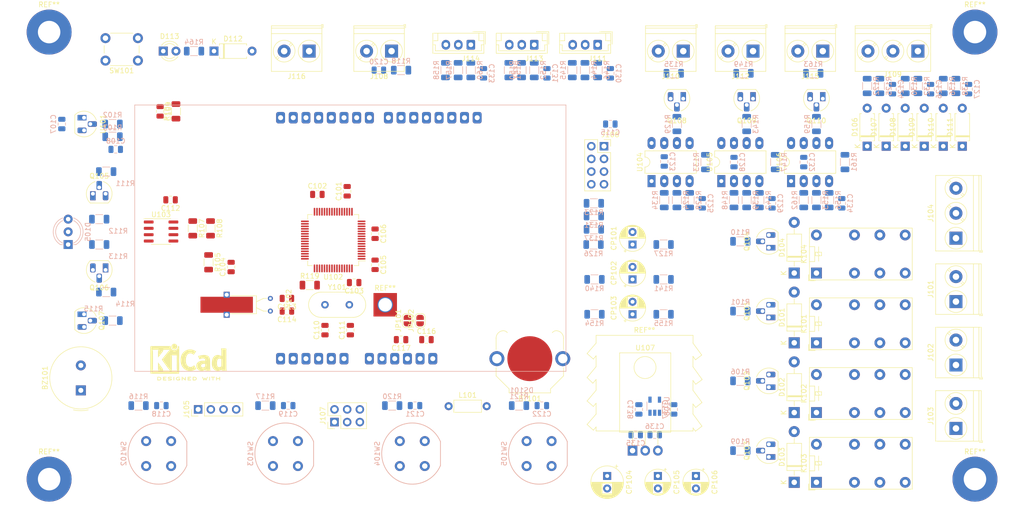
<source format=kicad_pcb>
(kicad_pcb (version 20171130) (host pcbnew 5.1.9-73d0e3b20d~88~ubuntu18.04.1)
  (title_block (title "Cargador modular de baterías industriales") (date 2021-03-21) (rev 0) (company proba) (comment 1 "Revisor: Diego Brengi") (comment 2 "Autor: Felipe A. Calcavecchia"))
  (layers (0 F.Cu signal) (31 B.Cu signal) (34 B.Paste user) (35 F.Paste user) (36 B.SilkS user) (37 F.SilkS user) (38 B.Mask user) (39 F.Mask user) (44 Edge.Cuts user))
  (net 0 "")
  (net 1 +12V)
  (net 2 +5V)
  (net 3 +3V3)
  (net 4 GNDA)
  (net 5 /Control/LCD_RD)
  (net 6 /Control/LCD_RW)
  (net 7 /Control/LCD_RS)
  (net 8 /Control/LCD_CS)
  (net 9 /Control/LCD_RST)
  (net 10 /Control/LCD_1)
  (net 11 /Control/LCD_7)
  (net 12 /Control/LCD_6)
  (net 13 /Control/LCD_5)
  (net 14 /Control/LCD_4)
  (net 15 /Control/LCD_3)
  (net 16 /Control/LCD_2)
  (net 17 /Control/LCD_0)
  (net 18 /Control/LED_VERDE)
  (net 19 /Control/LED_ROJO)
  (net 20 /Control/KEYBOARD_ENT)
  (net 21 /Control/BUZZER)
  (net 22 /Control/KEYBOARD_ESC)
  (net 23 /Control/KEYBOARD_UP)
  (net 24 /Control/KEYBOARD_DOWN)
  (net 25 /Control/ADC_2)
  (net 26 /Control/PWM_1)
  (net 27 /Control/ADC_3)
  (net 28 /Control/ADC_4)
  (net 29 /Control/PWM_2)
  (net 30 /Control/ADC_5)
  (net 31 /Control/ADC_6)
  (net 32 /Control/PWM_3)
  (net 33 /Control/ADC_7)
  (net 34 /Control/BOOT0)
  (net 35 /Control/BOOT1)
  (net 36 /Control/UART_RX)
  (net 37 /Control/UART_TX)
  (net 38 /Control/P.E.)
  (net 39 /Control/SWCLK)
  (net 40 /Control/SWDIO)
  (net 41 "Net-(BT101-Pad1)")
  (net 42 "Net-(BZ101-Pad2)")
  (net 43 "Net-(C106-Pad1)")
  (net 44 "Net-(C108-Pad1)")
  (net 45 "Net-(C109-Pad1)")
  (net 46 "Net-(C110-Pad2)")
  (net 47 "Net-(C111-Pad2)")
  (net 48 "Net-(C113-Pad2)")
  (net 49 "Net-(C114-Pad2)")
  (net 50 "Net-(C116-Pad1)")
  (net 51 "Net-(C117-Pad1)")
  (net 52 "Net-(C118-Pad1)")
  (net 53 "Net-(C119-Pad1)")
  (net 54 "Net-(C120-Pad1)")
  (net 55 "Net-(C121-Pad1)")
  (net 56 "Net-(C122-Pad1)")
  (net 57 "Net-(C124-Pad1)")
  (net 58 "Net-(C125-Pad1)")
  (net 59 "Net-(C126-Pad1)")
  (net 60 "Net-(C127-Pad1)")
  (net 61 "Net-(C129-Pad1)")
  (net 62 "Net-(C130-Pad1)")
  (net 63 "Net-(C131-Pad1)")
  (net 64 "Net-(C133-Pad1)")
  (net 65 "Net-(C134-Pad1)")
  (net 66 "Net-(C138-Pad1)")
  (net 67 "Net-(CP101-Pad1)")
  (net 68 "Net-(CP102-Pad1)")
  (net 69 "Net-(CP103-Pad1)")
  (net 70 "Net-(D101-Pad2)")
  (net 71 "Net-(D102-Pad2)")
  (net 72 "Net-(D103-Pad2)")
  (net 73 "Net-(D104-Pad2)")
  (net 74 "Net-(D105-Pad3)")
  (net 75 "Net-(D105-Pad1)")
  (net 76 "Net-(D112-Pad2)")
  (net 77 "Net-(D113-Pad2)")
  (net 78 "Net-(DS101-Pad14)")
  (net 79 "Net-(DS101-Pad13)")
  (net 80 "Net-(DS101-Pad12)")
  (net 81 "Net-(DS101-Pad11)")
  (net 82 "Net-(J101-Pad2)")
  (net 83 "Net-(J101-Pad1)")
  (net 84 "Net-(J102-Pad2)")
  (net 85 "Net-(J102-Pad1)")
  (net 86 "Net-(J103-Pad2)")
  (net 87 "Net-(J103-Pad1)")
  (net 88 "Net-(J104-Pad3)")
  (net 89 "Net-(J104-Pad2)")
  (net 90 "Net-(J104-Pad1)")
  (net 91 "Net-(J106-Pad6)")
  (net 92 "Net-(J106-Pad5)")
  (net 93 "Net-(J106-Pad4)")
  (net 94 "Net-(J109-Pad3)")
  (net 95 "Net-(J109-Pad2)")
  (net 96 "Net-(J109-Pad1)")
  (net 97 "Net-(J110-Pad1)")
  (net 98 "Net-(J111-Pad2)")
  (net 99 "Net-(J112-Pad1)")
  (net 100 "Net-(J113-Pad2)")
  (net 101 "Net-(J114-Pad2)")
  (net 102 "Net-(J115-Pad1)")
  (net 103 "Net-(K101-Pad11)")
  (net 104 "Net-(K101-Pad6)")
  (net 105 "Net-(K102-Pad11)")
  (net 106 "Net-(K102-Pad6)")
  (net 107 "Net-(K103-Pad11)")
  (net 108 "Net-(K103-Pad6)")
  (net 109 "Net-(Q101-Pad2)")
  (net 110 "Net-(Q102-Pad2)")
  (net 111 "Net-(Q103-Pad2)")
  (net 112 "Net-(Q104-Pad2)")
  (net 113 "Net-(Q105-Pad3)")
  (net 114 "Net-(Q105-Pad2)")
  (net 115 "Net-(Q106-Pad3)")
  (net 116 "Net-(Q106-Pad2)")
  (net 117 "Net-(Q107-Pad2)")
  (net 118 "Net-(Q108-Pad2)")
  (net 119 "Net-(Q109-Pad2)")
  (net 120 "Net-(Q110-Pad2)")
  (net 121 "Net-(R101-Pad2)")
  (net 122 "Net-(R102-Pad2)")
  (net 123 "Net-(R106-Pad2)")
  (net 124 "Net-(R107-Pad2)")
  (net 125 "Net-(R108-Pad2)")
  (net 126 "Net-(R109-Pad2)")
  (net 127 "Net-(R110-Pad2)")
  (net 128 "Net-(R124-Pad2)")
  (net 129 "Net-(R129-Pad1)")
  (net 130 "Net-(R133-Pad1)")
  (net 131 "Net-(R139-Pad2)")
  (net 132 "Net-(R143-Pad1)")
  (net 133 "Net-(R147-Pad1)")
  (net 134 "Net-(R153-Pad2)")
  (net 135 "Net-(R159-Pad1)")
  (net 136 "Net-(R161-Pad1)")
  (net 137 "Net-(U102-Pad54)")
  (net 138 "Net-(U102-Pad45)")
  (net 139 "Net-(U102-Pad44)")
  (net 140 "Net-(U102-Pad14)")
  (net 141 "Net-(U102-Pad2)")
  (net 142 "Net-(U104-Pad8)")
  (net 143 "Net-(U104-Pad5)")
  (net 144 "Net-(U104-Pad1)")
  (net 145 "Net-(U105-Pad8)")
  (net 146 "Net-(U105-Pad5)")
  (net 147 "Net-(U105-Pad1)")
  (net 148 "Net-(U106-Pad8)")
  (net 149 "Net-(U106-Pad5)")
  (net 150 "Net-(U106-Pad1)")
  (module TP_Final:Display_TFT_3.5_inch (layer B.Cu) (at 120.015 83.185 180)
    (fp_text reference DS101 (at -36.83 -30.48) (layer B.SilkS) (effects (justify mirror)))
    (fp_text value Display_TFT_3.5_inch)
    (pad 16 thru_hole roundrect (at -27.94 24.13 180) (size 1.778 2.286) (drill 0.999998) (layers *.Cu *.Mask))
    (pad 15 thru_hole roundrect (at -25.4 24.13 180) (size 1.778 2.286) (drill 0.999998) (layers *.Cu *.Mask))
    (pad 14 thru_hole roundrect (at -22.86 24.13 180) (size 1.778 2.286) (drill 0.999998) (layers *.Cu *.Mask) (net 78 "Net-(DS101-Pad14)"))
    (pad 13 thru_hole roundrect (at -20.32 24.13 180) (size 1.778 2.286) (drill 0.999998) (layers *.Cu *.Mask) (net 79 "Net-(DS101-Pad13)"))
    (pad 12 thru_hole roundrect (at -17.78 24.13 180) (size 1.778 2.286) (drill 0.999998) (layers *.Cu *.Mask) (net 80 "Net-(DS101-Pad12)"))
    (pad 11 thru_hole roundrect (at -15.24 24.13 180) (size 1.778 2.286) (drill 0.999998) (layers *.Cu *.Mask) (net 81 "Net-(DS101-Pad11)"))
    (pad 10 thru_hole roundrect (at -12.7 24.13 180) (size 1.778 2.286) (drill 0.999998) (layers *.Cu *.Mask) (net 10 /Control/LCD_1))
    (pad 9 thru_hole roundrect (at -10.16 24.13 180) (size 1.778 2.286) (drill 0.999998) (layers *.Cu *.Mask) (net 17 /Control/LCD_0))
    (pad 8 thru_hole roundrect (at -6.35 24.13 180) (size 1.778 2.286) (drill 0.999998) (layers *.Cu *.Mask) (net 11 /Control/LCD_7))
    (pad 7 thru_hole roundrect (at -3.81 24.13 180) (size 1.778 2.286) (drill 0.999998) (layers *.Cu *.Mask) (net 12 /Control/LCD_6))
    (pad 6 thru_hole roundrect (at -1.27 24.13 180) (size 1.778 2.286) (drill 0.999998) (layers *.Cu *.Mask) (net 13 /Control/LCD_5))
    (pad 5 thru_hole roundrect (at 1.27 24.13 180) (size 1.778 2.286) (drill 0.999998) (layers *.Cu *.Mask) (net 14 /Control/LCD_4))
    (pad 4 thru_hole roundrect (at 3.81 24.13 180) (size 1.778 2.286) (drill 0.999998) (layers *.Cu *.Mask) (net 15 /Control/LCD_3))
    (pad 3 thru_hole roundrect (at 6.35 24.13 180) (size 1.778 2.286) (drill 0.999998) (layers *.Cu *.Mask) (net 16 /Control/LCD_2))
    (pad 2 thru_hole roundrect (at 8.89 24.13 180) (size 1.778 2.286) (drill 0.999998) (layers *.Cu *.Mask))
    (pad 1 thru_hole roundrect (at 11.43 24.13 180) (size 1.778 2.286) (drill 0.999998) (layers *.Cu *.Mask))
    (pad 17 thru_hole roundrect (at -19.05 -24.13 180) (size 1.778 2.286) (drill 0.999998) (layers *.Cu *.Mask))
    (pad 18 thru_hole roundrect (at -16.51 -24.13 180) (size 1.778 2.286) (drill 0.999998) (layers *.Cu *.Mask) (net 9 /Control/LCD_RST))
    (pad 19 thru_hole roundrect (at -13.97 -24.13 180) (size 1.778 2.286) (drill 0.999998) (layers *.Cu *.Mask) (net 8 /Control/LCD_CS))
    (pad 20 thru_hole roundrect (at -11.43 -24.13 180) (size 1.778 2.286) (drill 0.999998) (layers *.Cu *.Mask) (net 7 /Control/LCD_RS))
    (pad 21 thru_hole roundrect (at -8.89 -24.13 180) (size 1.778 2.286) (drill 0.999998) (layers *.Cu *.Mask) (net 6 /Control/LCD_RW))
    (pad 22 thru_hole roundrect (at -6.35 -24.13 180) (size 1.778 2.286) (drill 0.999998) (layers *.Cu *.Mask) (net 5 /Control/LCD_RD))
    (pad 23 thru_hole roundrect (at -1.27 -24.13 180) (size 1.778 2.286) (drill 0.999998) (layers *.Cu *.Mask))
    (pad 24 thru_hole roundrect (at 1.27 -24.13 180) (size 1.778 2.286) (drill 0.999998) (layers *.Cu *.Mask) (net 4 GNDA))
    (pad 25 thru_hole roundrect (at 3.81 -24.13 180) (size 1.778 2.286) (drill 0.999998) (layers *.Cu *.Mask))
    (pad 26 thru_hole roundrect (at 6.35 -24.13 180) (size 1.778 2.286) (drill 0.999998) (layers *.Cu *.Mask) (net 51 "Net-(C117-Pad1)"))
    (pad 27 thru_hole roundrect (at 8.89 -24.13 180) (size 1.778 2.286) (drill 0.999998) (layers *.Cu *.Mask) (net 50 "Net-(C116-Pad1)"))
    (pad 28 thru_hole roundrect (at 11.43 -24.13 180) (size 1.778 2.286) (drill 0.999998) (layers *.Cu *.Mask))
  )
  (module Symbol:KiCad-Logo2_6mm_SilkScreen (layer F.Cu) (at 90.17 107.315)
    (fp_text reference REF** hide)
    (fp_text value KiCad-Logo2_6mm_SilkScreen hide)
  )
  (module MountingHole:MountingHole_2.7mm_M2.5_DIN965_Pad_TopOnly (layer F.Cu) (at 129.54 96.52)
    (fp_text reference REF** (at 0 -3.35) (layer F.SilkS))
    (fp_text value MountingHole_2.7mm_M2.5_DIN965_Pad_TopOnly)
    (pad 1 connect rect (at 0 0) (size 4.700001 4.700001) (layers F.Cu F.Mask))
    (pad 1 thru_hole circle (at 0 0) (size 3.1 3.1) (drill 2.7) (layers *.Cu *.Mask))
  )
  (module MountingHole:MountingHole_4.5mm_Pad (layer F.Cu) (at 62.23 41.91)
    (fp_text reference REF** (at 0 -5.5) (layer F.SilkS))
    (fp_text value MountingHole_4.5mm_Pad)
    (pad 1 thru_hole circle (at 0 0) (size 9 9) (drill 4.5) (layers *.Cu *.Mask))
  )
  (module MountingHole:MountingHole_4.5mm_Pad (layer F.Cu) (at 62.23 131.445)
    (fp_text reference REF** (at 0 -5.5) (layer F.SilkS))
    (fp_text value MountingHole_4.5mm_Pad)
    (pad 1 thru_hole circle (at 0 0) (size 9 9) (drill 4.5) (layers *.Cu *.Mask))
  )
  (module MountingHole:MountingHole_4.5mm_Pad (layer F.Cu) (at 247.65 41.91)
    (fp_text reference REF** (at 0 -5.5) (layer F.SilkS))
    (fp_text value MountingHole_4.5mm_Pad)
    (pad 1 thru_hole circle (at 0 0) (size 9 9) (drill 4.500001) (layers *.Cu *.Mask))
  )
  (module MountingHole:MountingHole_4.5mm_Pad (layer F.Cu) (at 247.65 131.445)
    (fp_text reference REF** (at 0 -5.5) (layer F.SilkS))
    (fp_text value MountingHole_4.5mm_Pad)
    (pad 1 thru_hole circle (at 0 0) (size 9 9) (drill 4.5) (layers *.Cu *.Mask))
  )
  (module Capacitor_SMD:C_0805_2012Metric (layer F.Cu) (at 84.455 57.785 270)
    (fp_text reference C109 (at 0 -1.68 90) (layer F.SilkS))
    (fp_text value .1)
    (pad 2 smd roundrect (at 0.95 0 270) (size 1 1.45) (layers F.Cu F.Paste F.Mask) (net 4 GNDA))
    (pad 1 smd roundrect (at -0.95 0 270) (size 1 1.45) (layers F.Cu F.Paste F.Mask) (net 45 "Net-(C109-Pad1)"))
  )
  (module Button_Switch_THT:SW_PUSH_6mm_H4.3mm (layer F.Cu) (at 80.01 47.625 180)
    (fp_text reference SW101 (at 3.25 -2) (layer F.SilkS))
    (fp_text value SW_Push)
    (pad 1 thru_hole circle (at 6.5 0 270) (size 2 2) (drill 1.1) (layers *.Cu *.Mask) (net 45 "Net-(C109-Pad1)"))
    (pad 2 thru_hole circle (at 6.5 4.5 270) (size 2 2) (drill 1.1) (layers *.Cu *.Mask) (net 4 GNDA))
    (pad 1 thru_hole circle (at 0 0 270) (size 2 2) (drill 1.1) (layers *.Cu *.Mask) (net 45 "Net-(C109-Pad1)"))
    (pad 2 thru_hole circle (at 0 4.5 270) (size 2 2) (drill 1.1) (layers *.Cu *.Mask) (net 4 GNDA))
  )
  (module Resistor_SMD:R_1206_3216Metric (layer F.Cu) (at 87.63 57.785 90)
    (fp_text reference R104 (at 0 -1.82 90) (layer F.SilkS))
    (fp_text value 10K)
    (pad 2 smd roundrect (at 1.4625 0 90) (size 1.125 1.75) (layers F.Cu F.Paste F.Mask) (roundrect_rratio 0.222222) (net 45 "Net-(C109-Pad1)"))
    (pad 1 smd roundrect (at -1.4625 0 90) (size 1.125 1.75) (layers F.Cu F.Paste F.Mask) (roundrect_rratio 0.222222) (net 3 +3V3))
  )
  (module Battery:BatteryHolder_Keystone_3001_1x12mm (layer F.Cu) (at 158.5 107.315 180)
    (fp_text reference BT101 (at 0 -8) (layer F.SilkS))
    (fp_text value Battery_Cell)
    (pad 2 smd circle (at 0 0 180) (size 9 9) (layers F.Cu F.Mask) (net 4 GNDA))
    (pad 1 thru_hole circle (at 6.6 0 180) (size 3 3) (drill 1.9) (layers *.Cu *.Mask) (net 41 "Net-(BT101-Pad1)"))
    (pad 1 thru_hole circle (at -6.6 0 180) (size 3 3) (drill 1.9) (layers *.Cu *.Mask) (net 41 "Net-(BT101-Pad1)"))
  )
  (module Crystal:Crystal_AT310_D3.0mm_L10.0mm_Horizontal_1EP_style2 (layer F.Cu) (at 106.54 95.25 270)
    (fp_text reference Y102 (at 0 -3.7 90) (layer F.SilkS))
    (fp_text value 32.768Khz)
    (pad 3 thru_hole rect (at 3.27 8.75 270) (size 1.2 1.2) (drill 0.8) (layers *.Cu *.Mask))
    (pad 3 thru_hole rect (at -0.73 8.75 270) (size 1.2 1.2) (drill 0.8) (layers *.Cu *.Mask))
    (pad 3 smd rect (at 1.27 8.75 270) (size 3.2 10.5) (layers F.Cu F.Paste F.Mask))
    (pad 2 thru_hole circle (at 2.54 0 270) (size 1 1) (drill 0.5) (layers *.Cu *.Mask) (net 49 "Net-(C114-Pad2)"))
    (pad 1 thru_hole circle (at 0 0 270) (size 1 1) (drill 0.5) (layers *.Cu *.Mask) (net 48 "Net-(C113-Pad2)"))
  )
  (module Connector_PinSocket_2.54mm:PinSocket_2x04_P2.54mm_Vertical (layer F.Cu) (at 173.355 64.77)
    (fp_text reference J106 (at 1.27 -2.33) (layer F.SilkS))
    (fp_text value "Poste 2x4")
    (pad 8 thru_hole oval (at -2.54 7.62) (size 1.7 1.7) (drill 1) (layers *.Cu *.Mask) (net 37 /Control/UART_TX))
    (pad 7 thru_hole oval (at 0 7.62) (size 1.7 1.7) (drill 1) (layers *.Cu *.Mask) (net 3 +3V3))
    (pad 6 thru_hole oval (at -2.54 5.08) (size 1.7 1.7) (drill 1) (layers *.Cu *.Mask) (net 91 "Net-(J106-Pad6)"))
    (pad 5 thru_hole oval (at 0 5.08) (size 1.7 1.7) (drill 1) (layers *.Cu *.Mask) (net 92 "Net-(J106-Pad5)"))
    (pad 4 thru_hole oval (at -2.54 2.54) (size 1.7 1.7) (drill 1) (layers *.Cu *.Mask) (net 93 "Net-(J106-Pad4)"))
    (pad 3 thru_hole oval (at 0 2.54) (size 1.7 1.7) (drill 1) (layers *.Cu *.Mask) (net 3 +3V3))
    (pad 2 thru_hole oval (at -2.54 0) (size 1.7 1.7) (drill 1) (layers *.Cu *.Mask) (net 4 GNDA))
    (pad 1 thru_hole rect (at 0 0) (size 1.7 1.7) (drill 1) (layers *.Cu *.Mask) (net 36 /Control/UART_RX))
  )
  (module Package_TO_SOT_THT:TO-92_HandSolder (layer F.Cu) (at 69.215 59.055 270)
    (fp_text reference U101 (at 1.27 -3.8 90) (layer F.SilkS))
    (fp_text value LM35-ZD)
    (pad 1 thru_hole rect (at 0 0 270) (size 1.1 1.8) (drill 0.75 (offset 0 0.4)) (layers *.Cu *.Mask) (net 2 +5V))
    (pad 3 thru_hole roundrect (at 2.54 0 270) (size 1.1 1.8) (drill 0.75 (offset 0 0.4)) (layers *.Cu *.Mask) (net 4 GNDA))
    (pad 2 thru_hole roundrect (at 1.27 -1.27 270) (size 1.1 1.8) (drill 0.75 (offset 0 -0.4)) (layers *.Cu *.Mask) (net 122 "Net-(R102-Pad2)"))
  )
  (module Resistor_SMD:R_1206_3216Metric (layer F.Cu) (at 114.427 92.583)
    (fp_text reference R119 (at 0 -1.82) (layer F.SilkS))
    (fp_text value 1K)
    (pad 2 smd roundrect (at 1.4625 0) (size 1.125 1.75) (layers F.Cu F.Paste F.Mask) (roundrect_rratio 0.222222) (net 38 /Control/P.E.))
    (pad 1 smd roundrect (at -1.4625 0) (size 1.125 1.75) (layers F.Cu F.Paste F.Mask) (roundrect_rratio 0.222222) (net 54 "Net-(C120-Pad1)"))
  )
  (module Resistor_SMD:R_1206_3216Metric (layer B.Cu) (at 132.715 49.53 180)
    (fp_text reference R118 (at 0 1.82) (layer B.SilkS) (effects (justify mirror)))
    (fp_text value 10K)
    (pad 2 smd roundrect (at 1.4625 0 180) (size 1.125 1.75) (layers B.Cu B.Paste B.Mask) (roundrect_rratio 0.222222) (net 54 "Net-(C120-Pad1)"))
    (pad 1 smd roundrect (at -1.4625 0 180) (size 1.125 1.75) (layers B.Cu B.Paste B.Mask) (roundrect_rratio 0.222222) (net 3 +3V3))
  )
  (module TerminalBlock_Phoenix:TerminalBlock_Phoenix_PT-1,5-2-5.0-H_1x02_P5.00mm_Horizontal (layer F.Cu) (at 130.81 45.72 180)
    (fp_text reference J108 (at 2.5 -5.06) (layer F.SilkS))
    (fp_text value BG2)
    (pad 2 thru_hole circle (at 5 0 180) (size 2.6 2.6) (drill 1.3) (layers *.Cu *.Mask) (net 4 GNDA))
    (pad 1 thru_hole rect (at 0 0 180) (size 2.6 2.6) (drill 1.3) (layers *.Cu *.Mask) (net 54 "Net-(C120-Pad1)"))
  )
  (module Capacitor_SMD:C_0805_2012Metric (layer B.Cu) (at 128.27 49.53 180)
    (fp_text reference C120 (at 0 1.68) (layer B.SilkS) (effects (justify mirror)))
    (fp_text value .1)
    (pad 2 smd roundrect (at 0.95 0 180) (size 1 1.45) (layers B.Cu B.Paste B.Mask) (net 4 GNDA))
    (pad 1 smd roundrect (at -0.95 0 180) (size 1 1.45) (layers B.Cu B.Paste B.Mask) (net 54 "Net-(C120-Pad1)"))
  )
  (module Connector_PinHeader_2.54mm:PinHeader_2x03_P2.54mm_Vertical (layer F.Cu) (at 119.38 120.015 90)
    (fp_text reference J107 (at 1.27 -2.33 90) (layer F.SilkS))
    (fp_text value "Poste 2x3")
    (pad 6 thru_hole oval (at 2.54 5.08 90) (size 1.7 1.7) (drill 1) (layers *.Cu *.Mask) (net 4 GNDA))
    (pad 5 thru_hole oval (at 0 5.08 90) (size 1.7 1.7) (drill 1) (layers *.Cu *.Mask) (net 4 GNDA))
    (pad 4 thru_hole oval (at 2.54 2.54 90) (size 1.7 1.7) (drill 1) (layers *.Cu *.Mask) (net 35 /Control/BOOT1))
    (pad 3 thru_hole oval (at 0 2.54 90) (size 1.7 1.7) (drill 1) (layers *.Cu *.Mask) (net 34 /Control/BOOT0))
    (pad 2 thru_hole oval (at 2.54 0 90) (size 1.7 1.7) (drill 1) (layers *.Cu *.Mask) (net 3 +3V3))
    (pad 1 thru_hole rect (at 0 0 90) (size 1.7 1.7) (drill 1) (layers *.Cu *.Mask) (net 3 +3V3))
  )
  (module Connector_PinHeader_2.54mm:PinHeader_1x04_P2.54mm_Vertical (layer F.Cu) (at 92.075 117.475 90)
    (fp_text reference J105 (at 0 -2.33 90) (layer F.SilkS))
    (fp_text value "Poste 1x4")
    (pad 4 thru_hole oval (at 0 7.62 90) (size 1.7 1.7) (drill 1) (layers *.Cu *.Mask) (net 4 GNDA))
    (pad 3 thru_hole oval (at 0 5.08 90) (size 1.7 1.7) (drill 1) (layers *.Cu *.Mask) (net 39 /Control/SWCLK))
    (pad 2 thru_hole oval (at 0 2.54 90) (size 1.7 1.7) (drill 1) (layers *.Cu *.Mask) (net 40 /Control/SWDIO))
    (pad 1 thru_hole rect (at 0 0 90) (size 1.7 1.7) (drill 1) (layers *.Cu *.Mask) (net 3 +3V3))
  )
  (module Jumper:SolderJumper-2_P1.3mm_Open_RoundedPad1.0x1.5mm (layer F.Cu) (at 136.525 99.695 90)
    (fp_text reference JP102 (at 0 -1.8 90) (layer F.SilkS))
    (fp_text value SolderJumper_2_Open)
    (pad 2 smd custom (at 0.65 0 90) (size 1 0.5) (layers F.Cu F.Mask) (net 3 +3V3) (options (clearance outline) (anchor rect)) (primitives (gr_circle (center 0 0.25) (end 0.5 0.25) (width 0)) (gr_circle (center 0 -0.25) (end 0.5 -0.25) (width 0)) (gr_poly (pts (xy 0 -0.75) (xy -0.5 -0.75) (xy -0.5 0.75) (xy 0 0.75)) (width 0))))
    (pad 1 smd custom (at -0.65 0 90) (size 1 0.5) (layers F.Cu F.Mask) (net 50 "Net-(C116-Pad1)") (options (clearance outline) (anchor rect)) (primitives (gr_circle (center 0 0.25) (end 0.5 0.25) (width 0)) (gr_circle (center 0 -0.25) (end 0.5 -0.25) (width 0)) (gr_poly (pts (xy 0 -0.75) (xy 0.5 -0.75) (xy 0.5 0.75) (xy 0 0.75)) (width 0))))
  )
  (module Jumper:SolderJumper-2_P1.3mm_Open_RoundedPad1.0x1.5mm (layer F.Cu) (at 133.985 99.695 90)
    (fp_text reference JP101 (at 0 -1.8 90) (layer F.SilkS))
    (fp_text value SolderJumper_2_Open)
    (pad 2 smd custom (at 0.65 0 90) (size 1 0.5) (layers F.Cu F.Mask) (net 2 +5V) (options (clearance outline) (anchor rect)) (primitives (gr_circle (center 0 0.25) (end 0.5 0.25) (width 0)) (gr_circle (center 0 -0.25) (end 0.5 -0.25) (width 0)) (gr_poly (pts (xy 0 -0.75) (xy -0.5 -0.75) (xy -0.5 0.75) (xy 0 0.75)) (width 0))))
    (pad 1 smd custom (at -0.65 0 90) (size 1 0.5) (layers F.Cu F.Mask) (net 51 "Net-(C117-Pad1)") (options (clearance outline) (anchor rect)) (primitives (gr_circle (center 0 0.25) (end 0.5 0.25) (width 0)) (gr_circle (center 0 -0.25) (end 0.5 -0.25) (width 0)) (gr_poly (pts (xy 0 -0.75) (xy 0.5 -0.75) (xy 0.5 0.75) (xy 0 0.75)) (width 0))))
  )
  (module Capacitor_SMD:C_0805_2012Metric (layer B.Cu) (at 174.625 60.325)
    (fp_text reference C115 (at 0 1.68) (layer B.SilkS) (effects (justify mirror)))
    (fp_text value .1)
    (pad 2 smd roundrect (at 0.95 0) (size 1 1.45) (layers B.Cu B.Paste B.Mask) (net 4 GNDA))
    (pad 1 smd roundrect (at -0.95 0) (size 1 1.45) (layers B.Cu B.Paste B.Mask) (net 3 +3V3))
  )
  (module Capacitor_SMD:C_0805_2012Metric (layer F.Cu) (at 132.715 103.505 180)
    (fp_text reference C117 (at 0 -1.68) (layer F.SilkS))
    (fp_text value .1)
    (pad 2 smd roundrect (at 0.95 0 180) (size 1 1.45) (layers F.Cu F.Paste F.Mask) (net 4 GNDA))
    (pad 1 smd roundrect (at -0.95 0 180) (size 1 1.45) (layers F.Cu F.Paste F.Mask) (net 51 "Net-(C117-Pad1)"))
  )
  (module Capacitor_SMD:C_0805_2012Metric (layer F.Cu) (at 137.795 103.505)
    (fp_text reference C116 (at 0 -1.68 180) (layer F.SilkS))
    (fp_text value .1)
    (pad 2 smd roundrect (at 0.95 0) (size 1 1.45) (layers F.Cu F.Paste F.Mask) (net 4 GNDA))
    (pad 1 smd roundrect (at -0.95 0) (size 1 1.45) (layers F.Cu F.Paste F.Mask) (net 50 "Net-(C116-Pad1)"))
  )
  (module Resistor_SMD:R_1206_3216Metric (layer F.Cu) (at 94.1705 88.009 270)
    (fp_text reference R105 (at 0 -1.82 90) (layer F.SilkS))
    (fp_text value 10K)
    (pad 2 smd roundrect (at 1.4625 0 270) (size 1.125 1.75) (layers F.Cu F.Paste F.Mask) (roundrect_rratio 0.222222) (net 4 GNDA))
    (pad 1 smd roundrect (at -1.4625 0 270) (size 1.125 1.75) (layers F.Cu F.Paste F.Mask) (roundrect_rratio 0.222222) (net 34 /Control/BOOT0))
  )
  (module Package_QFP:LQFP-64_10x10mm_P0.5mm (layer F.Cu) (at 119.126 83.566 180)
    (fp_text reference U102 (at 0 -7.4) (layer F.SilkS))
    (fp_text value STM32F103RBTx)
    (pad 64 smd roundrect (at -3.75 -5.675 180) (size 0.3 1.55) (layers F.Cu F.Paste F.Mask) (net 3 +3V3))
    (pad 63 smd roundrect (at -3.25 -5.675 180) (size 0.3 1.55) (layers F.Cu F.Paste F.Mask) (net 4 GNDA))
    (pad 62 smd roundrect (at -2.75 -5.675 180) (size 0.3 1.55) (layers F.Cu F.Paste F.Mask) (net 10 /Control/LCD_1))
    (pad 61 smd roundrect (at -2.25 -5.675 180) (size 0.3 1.55) (layers F.Cu F.Paste F.Mask) (net 17 /Control/LCD_0))
    (pad 60 smd roundrect (at -1.75 -5.675 180) (size 0.3 1.55) (layers F.Cu F.Paste F.Mask) (net 34 /Control/BOOT0))
    (pad 59 smd roundrect (at -1.25 -5.675 180) (size 0.3 1.55) (layers F.Cu F.Paste F.Mask) (net 125 "Net-(R108-Pad2)"))
    (pad 58 smd roundrect (at -0.75 -5.675 180) (size 0.3 1.55) (layers F.Cu F.Paste F.Mask) (net 124 "Net-(R107-Pad2)"))
    (pad 57 smd roundrect (at -0.25 -5.675 180) (size 0.3 1.55) (layers F.Cu F.Paste F.Mask) (net 8 /Control/LCD_CS))
    (pad 56 smd roundrect (at 0.25 -5.675 180) (size 0.3 1.55) (layers F.Cu F.Paste F.Mask) (net 6 /Control/LCD_RW))
    (pad 55 smd roundrect (at 0.75 -5.675 180) (size 0.3 1.55) (layers F.Cu F.Paste F.Mask) (net 7 /Control/LCD_RS))
    (pad 54 smd roundrect (at 1.25 -5.675 180) (size 0.3 1.55) (layers F.Cu F.Paste F.Mask) (net 137 "Net-(U102-Pad54)"))
    (pad 53 smd roundrect (at 1.75 -5.675 180) (size 0.3 1.55) (layers F.Cu F.Paste F.Mask) (net 21 /Control/BUZZER))
    (pad 52 smd roundrect (at 2.25 -5.675 180) (size 0.3 1.55) (layers F.Cu F.Paste F.Mask) (net 36 /Control/UART_RX))
    (pad 51 smd roundrect (at 2.75 -5.675 180) (size 0.3 1.55) (layers F.Cu F.Paste F.Mask) (net 37 /Control/UART_TX))
    (pad 50 smd roundrect (at 3.25 -5.675 180) (size 0.3 1.55) (layers F.Cu F.Paste F.Mask) (net 38 /Control/P.E.))
    (pad 49 smd roundrect (at 3.75 -5.675 180) (size 0.3 1.55) (layers F.Cu F.Paste F.Mask) (net 39 /Control/SWCLK))
    (pad 48 smd roundrect (at 5.675 -3.75 180) (size 1.55 0.3) (layers F.Cu F.Paste F.Mask) (net 3 +3V3))
    (pad 47 smd roundrect (at 5.675 -3.25 180) (size 1.55 0.3) (layers F.Cu F.Paste F.Mask) (net 4 GNDA))
    (pad 46 smd roundrect (at 5.675 -2.75 180) (size 1.55 0.3) (layers F.Cu F.Paste F.Mask) (net 40 /Control/SWDIO))
    (pad 45 smd roundrect (at 5.675 -2.25 180) (size 1.55 0.3) (layers F.Cu F.Paste F.Mask) (net 138 "Net-(U102-Pad45)"))
    (pad 44 smd roundrect (at 5.675 -1.75 180) (size 1.55 0.3) (layers F.Cu F.Paste F.Mask) (net 139 "Net-(U102-Pad44)"))
    (pad 43 smd roundrect (at 5.675 -1.25 180) (size 1.55 0.3) (layers F.Cu F.Paste F.Mask) (net 32 /Control/PWM_3))
    (pad 42 smd roundrect (at 5.675 -0.75 180) (size 1.55 0.3) (layers F.Cu F.Paste F.Mask) (net 29 /Control/PWM_2))
    (pad 41 smd roundrect (at 5.675 -0.25 180) (size 1.55 0.3) (layers F.Cu F.Paste F.Mask) (net 26 /Control/PWM_1))
    (pad 40 smd roundrect (at 5.675 0.25 180) (size 1.55 0.3) (layers F.Cu F.Paste F.Mask) (net 19 /Control/LED_ROJO))
    (pad 39 smd roundrect (at 5.675 0.75 180) (size 1.55 0.3) (layers F.Cu F.Paste F.Mask) (net 18 /Control/LED_VERDE))
    (pad 38 smd roundrect (at 5.675 1.25 180) (size 1.55 0.3) (layers F.Cu F.Paste F.Mask) (net 127 "Net-(R110-Pad2)"))
    (pad 37 smd roundrect (at 5.675 1.75 180) (size 1.55 0.3) (layers F.Cu F.Paste F.Mask) (net 126 "Net-(R109-Pad2)"))
    (pad 36 smd roundrect (at 5.675 2.25 180) (size 1.55 0.3) (layers F.Cu F.Paste F.Mask) (net 11 /Control/LCD_7))
    (pad 35 smd roundrect (at 5.675 2.75 180) (size 1.55 0.3) (layers F.Cu F.Paste F.Mask) (net 12 /Control/LCD_6))
    (pad 34 smd roundrect (at 5.675 3.25 180) (size 1.55 0.3) (layers F.Cu F.Paste F.Mask) (net 13 /Control/LCD_5))
    (pad 33 smd roundrect (at 5.675 3.75 180) (size 1.55 0.3) (layers F.Cu F.Paste F.Mask) (net 14 /Control/LCD_4))
    (pad 32 smd roundrect (at 3.75 5.675 180) (size 0.3 1.55) (layers F.Cu F.Paste F.Mask) (net 3 +3V3))
    (pad 31 smd roundrect (at 3.25 5.675 180) (size 0.3 1.55) (layers F.Cu F.Paste F.Mask) (net 4 GNDA))
    (pad 30 smd roundrect (at 2.75 5.675 180) (size 0.3 1.55) (layers F.Cu F.Paste F.Mask) (net 15 /Control/LCD_3))
    (pad 29 smd roundrect (at 2.25 5.675 180) (size 0.3 1.55) (layers F.Cu F.Paste F.Mask) (net 16 /Control/LCD_2))
    (pad 28 smd roundrect (at 1.75 5.675 180) (size 0.3 1.55) (layers F.Cu F.Paste F.Mask) (net 35 /Control/BOOT1))
    (pad 27 smd roundrect (at 1.25 5.675 180) (size 0.3 1.55) (layers F.Cu F.Paste F.Mask) (net 5 /Control/LCD_RD))
    (pad 26 smd roundrect (at 0.75 5.675 180) (size 0.3 1.55) (layers F.Cu F.Paste F.Mask) (net 9 /Control/LCD_RST))
    (pad 25 smd roundrect (at 0.25 5.675 180) (size 0.3 1.55) (layers F.Cu F.Paste F.Mask) (net 123 "Net-(R106-Pad2)"))
    (pad 24 smd roundrect (at -0.25 5.675 180) (size 0.3 1.55) (layers F.Cu F.Paste F.Mask) (net 121 "Net-(R101-Pad2)"))
    (pad 23 smd roundrect (at -0.75 5.675 180) (size 0.3 1.55) (layers F.Cu F.Paste F.Mask) (net 33 /Control/ADC_7))
    (pad 22 smd roundrect (at -1.25 5.675 180) (size 0.3 1.55) (layers F.Cu F.Paste F.Mask) (net 31 /Control/ADC_6))
    (pad 21 smd roundrect (at -1.75 5.675 180) (size 0.3 1.55) (layers F.Cu F.Paste F.Mask) (net 30 /Control/ADC_5))
    (pad 20 smd roundrect (at -2.25 5.675 180) (size 0.3 1.55) (layers F.Cu F.Paste F.Mask) (net 28 /Control/ADC_4))
    (pad 19 smd roundrect (at -2.75 5.675 180) (size 0.3 1.55) (layers F.Cu F.Paste F.Mask) (net 3 +3V3))
    (pad 18 smd roundrect (at -3.25 5.675 180) (size 0.3 1.55) (layers F.Cu F.Paste F.Mask) (net 4 GNDA))
    (pad 17 smd roundrect (at -3.75 5.675 180) (size 0.3 1.55) (layers F.Cu F.Paste F.Mask) (net 27 /Control/ADC_3))
    (pad 16 smd roundrect (at -5.675 3.75 180) (size 1.55 0.3) (layers F.Cu F.Paste F.Mask) (net 25 /Control/ADC_2))
    (pad 15 smd roundrect (at -5.675 3.25 180) (size 1.55 0.3) (layers F.Cu F.Paste F.Mask) (net 44 "Net-(C108-Pad1)"))
    (pad 14 smd roundrect (at -5.675 2.75 180) (size 1.55 0.3) (layers F.Cu F.Paste F.Mask) (net 140 "Net-(U102-Pad14)"))
    (pad 13 smd roundrect (at -5.675 2.25 180) (size 1.55 0.3) (layers F.Cu F.Paste F.Mask) (net 43 "Net-(C106-Pad1)"))
    (pad 12 smd roundrect (at -5.675 1.75 180) (size 1.55 0.3) (layers F.Cu F.Paste F.Mask) (net 4 GNDA))
    (pad 11 smd roundrect (at -5.675 1.25 180) (size 1.55 0.3) (layers F.Cu F.Paste F.Mask) (net 24 /Control/KEYBOARD_DOWN))
    (pad 10 smd roundrect (at -5.675 0.75 180) (size 1.55 0.3) (layers F.Cu F.Paste F.Mask) (net 23 /Control/KEYBOARD_UP))
    (pad 9 smd roundrect (at -5.675 0.25 180) (size 1.55 0.3) (layers F.Cu F.Paste F.Mask) (net 20 /Control/KEYBOARD_ENT))
    (pad 8 smd roundrect (at -5.675 -0.25 180) (size 1.55 0.3) (layers F.Cu F.Paste F.Mask) (net 22 /Control/KEYBOARD_ESC))
    (pad 7 smd roundrect (at -5.675 -0.75 180) (size 1.55 0.3) (layers F.Cu F.Paste F.Mask) (net 45 "Net-(C109-Pad1)"))
    (pad 6 smd roundrect (at -5.675 -1.25 180) (size 1.55 0.3) (layers F.Cu F.Paste F.Mask) (net 47 "Net-(C111-Pad2)"))
    (pad 5 smd roundrect (at -5.675 -1.75 180) (size 1.55 0.3) (layers F.Cu F.Paste F.Mask) (net 46 "Net-(C110-Pad2)"))
    (pad 4 smd roundrect (at -5.675 -2.25 180) (size 1.55 0.3) (layers F.Cu F.Paste F.Mask) (net 49 "Net-(C114-Pad2)"))
    (pad 3 smd roundrect (at -5.675 -2.75 180) (size 1.55 0.3) (layers F.Cu F.Paste F.Mask) (net 48 "Net-(C113-Pad2)"))
    (pad 2 smd roundrect (at -5.675 -3.25 180) (size 1.55 0.3) (layers F.Cu F.Paste F.Mask) (net 141 "Net-(U102-Pad2)"))
    (pad 1 smd roundrect (at -5.675 -3.75 180) (size 1.55 0.3) (layers F.Cu F.Paste F.Mask) (net 41 "Net-(BT101-Pad1)"))
  )
  (module Crystal:Crystal_HC49-4H_Vertical (layer F.Cu) (at 117.475 96.52)
    (fp_text reference Y101 (at 2.44 -3.525) (layer F.SilkS))
    (fp_text value 8Mhz)
    (pad 2 thru_hole circle (at 4.88 0) (size 1.5 1.5) (drill 0.8) (layers *.Cu *.Mask) (net 47 "Net-(C111-Pad2)"))
    (pad 1 thru_hole circle (at 0 0) (size 1.5 1.5) (drill 0.8) (layers *.Cu *.Mask) (net 46 "Net-(C110-Pad2)"))
  )
  (module Package_SO:SOIC-8_3.9x4.9mm_P1.27mm (layer F.Cu) (at 84.6455 81.8515)
    (fp_text reference U103 (at 0 -3.4) (layer F.SilkS))
    (fp_text value 24LC256)
    (pad 8 smd roundrect (at 2.475 -1.905) (size 1.95 0.6) (layers F.Cu F.Paste F.Mask) (net 3 +3V3))
    (pad 7 smd roundrect (at 2.475 -0.635) (size 1.95 0.6) (layers F.Cu F.Paste F.Mask) (net 3 +3V3))
    (pad 6 smd roundrect (at 2.475 0.635) (size 1.95 0.6) (layers F.Cu F.Paste F.Mask) (net 125 "Net-(R108-Pad2)"))
    (pad 5 smd roundrect (at 2.475 1.905) (size 1.95 0.6) (layers F.Cu F.Paste F.Mask) (net 124 "Net-(R107-Pad2)"))
    (pad 4 smd roundrect (at -2.475 1.905) (size 1.95 0.6) (layers F.Cu F.Paste F.Mask) (net 4 GNDA))
    (pad 3 smd roundrect (at -2.475 0.635) (size 1.95 0.6) (layers F.Cu F.Paste F.Mask) (net 4 GNDA))
    (pad 2 smd roundrect (at -2.475 -0.635) (size 1.95 0.6) (layers F.Cu F.Paste F.Mask) (net 4 GNDA))
    (pad 1 smd roundrect (at -2.475 -1.905) (size 1.95 0.6) (layers F.Cu F.Paste F.Mask) (net 4 GNDA))
  )
  (module Resistor_SMD:R_1206_3216Metric (layer B.Cu) (at 200.66 83.82 180)
    (fp_text reference R110 (at 0 1.82) (layer B.SilkS) (effects (justify mirror)))
    (fp_text value 1K8)
    (pad 2 smd roundrect (at 1.4625 0 180) (size 1.125 1.75) (layers B.Cu B.Paste B.Mask) (roundrect_rratio 0.222222) (net 127 "Net-(R110-Pad2)"))
    (pad 1 smd roundrect (at -1.4625 0 180) (size 1.125 1.75) (layers B.Cu B.Paste B.Mask) (roundrect_rratio 0.222222) (net 112 "Net-(Q104-Pad2)"))
  )
  (module Resistor_SMD:R_1206_3216Metric (layer B.Cu) (at 200.66 125.73 180)
    (fp_text reference R109 (at 0 1.82) (layer B.SilkS) (effects (justify mirror)))
    (fp_text value 1K8)
    (pad 2 smd roundrect (at 1.4625 0 180) (size 1.125 1.75) (layers B.Cu B.Paste B.Mask) (roundrect_rratio 0.222222) (net 126 "Net-(R109-Pad2)"))
    (pad 1 smd roundrect (at -1.4625 0 180) (size 1.125 1.75) (layers B.Cu B.Paste B.Mask) (roundrect_rratio 0.222222) (net 111 "Net-(Q103-Pad2)"))
  )
  (module Resistor_SMD:R_1206_3216Metric (layer F.Cu) (at 94.5515 81.2165 270)
    (fp_text reference R108 (at 0 -1.82 90) (layer F.SilkS))
    (fp_text value 4K7)
    (pad 2 smd roundrect (at 1.4625 0 270) (size 1.125 1.75) (layers F.Cu F.Paste F.Mask) (roundrect_rratio 0.222222) (net 125 "Net-(R108-Pad2)"))
    (pad 1 smd roundrect (at -1.4625 0 270) (size 1.125 1.75) (layers F.Cu F.Paste F.Mask) (roundrect_rratio 0.222222) (net 3 +3V3))
  )
  (module Resistor_SMD:R_1206_3216Metric (layer F.Cu) (at 90.9955 81.2165 270)
    (fp_text reference R107 (at 0 -1.82 90) (layer F.SilkS))
    (fp_text value 4K7)
    (pad 2 smd roundrect (at 1.4625 0 270) (size 1.125 1.75) (layers F.Cu F.Paste F.Mask) (roundrect_rratio 0.222222) (net 124 "Net-(R107-Pad2)"))
    (pad 1 smd roundrect (at -1.4625 0 270) (size 1.125 1.75) (layers F.Cu F.Paste F.Mask) (roundrect_rratio 0.222222) (net 3 +3V3))
  )
  (module Resistor_SMD:R_1206_3216Metric (layer B.Cu) (at 200.66 111.76 180)
    (fp_text reference R106 (at 0 1.82) (layer B.SilkS) (effects (justify mirror)))
    (fp_text value 1K8)
    (pad 2 smd roundrect (at 1.4625 0 180) (size 1.125 1.75) (layers B.Cu B.Paste B.Mask) (roundrect_rratio 0.222222) (net 123 "Net-(R106-Pad2)"))
    (pad 1 smd roundrect (at -1.4625 0 180) (size 1.125 1.75) (layers B.Cu B.Paste B.Mask) (roundrect_rratio 0.222222) (net 110 "Net-(Q102-Pad2)"))
  )
  (module Resistor_SMD:R_1206_3216Metric (layer B.Cu) (at 74.93 62.865 180)
    (fp_text reference R103 (at 0 1.82) (layer B.SilkS) (effects (justify mirror)))
    (fp_text value 10K)
    (pad 2 smd roundrect (at 1.4625 0 180) (size 1.125 1.75) (layers B.Cu B.Paste B.Mask) (roundrect_rratio 0.222222) (net 4 GNDA))
    (pad 1 smd roundrect (at -1.4625 0 180) (size 1.125 1.75) (layers B.Cu B.Paste B.Mask) (roundrect_rratio 0.222222) (net 44 "Net-(C108-Pad1)"))
  )
  (module Resistor_SMD:R_1206_3216Metric (layer B.Cu) (at 74.93 60.325 180)
    (fp_text reference R102 (at 0 1.82) (layer B.SilkS) (effects (justify mirror)))
    (fp_text value 1K8)
    (pad 2 smd roundrect (at 1.4625 0 180) (size 1.125 1.75) (layers B.Cu B.Paste B.Mask) (roundrect_rratio 0.222222) (net 122 "Net-(R102-Pad2)"))
    (pad 1 smd roundrect (at -1.4625 0 180) (size 1.125 1.75) (layers B.Cu B.Paste B.Mask) (roundrect_rratio 0.222222) (net 44 "Net-(C108-Pad1)"))
  )
  (module Resistor_SMD:R_1206_3216Metric (layer B.Cu) (at 200.66 97.79 180)
    (fp_text reference R101 (at 0 1.82) (layer B.SilkS) (effects (justify mirror)))
    (fp_text value 1K8)
    (pad 2 smd roundrect (at 1.4625 0 180) (size 1.125 1.75) (layers B.Cu B.Paste B.Mask) (roundrect_rratio 0.222222) (net 121 "Net-(R101-Pad2)"))
    (pad 1 smd roundrect (at -1.4625 0 180) (size 1.125 1.75) (layers B.Cu B.Paste B.Mask) (roundrect_rratio 0.222222) (net 109 "Net-(Q101-Pad2)"))
  )
  (module Package_TO_SOT_THT:TO-92_HandSolder (layer F.Cu) (at 206.375 85.09 90)
    (fp_text reference Q104 (at 1.27 -4.4 90) (layer F.SilkS))
    (fp_text value 2N3904)
    (pad 1 thru_hole rect (at 0 0 90) (size 1.1 1.8) (drill 0.75 (offset 0 0.4)) (layers *.Cu *.Mask) (net 4 GNDA))
    (pad 3 thru_hole roundrect (at 2.54 0 90) (size 1.1 1.8) (drill 0.75 (offset 0 0.4)) (layers *.Cu *.Mask) (net 73 "Net-(D104-Pad2)"))
    (pad 2 thru_hole roundrect (at 1.27 -1.27 90) (size 1.1 1.8) (drill 0.75 (offset 0 -0.4)) (layers *.Cu *.Mask) (net 112 "Net-(Q104-Pad2)"))
  )
  (module Package_TO_SOT_THT:TO-92_HandSolder (layer F.Cu) (at 206.375 127 90)
    (fp_text reference Q103 (at 1.27 -4.4 90) (layer F.SilkS))
    (fp_text value 2N3904)
    (pad 1 thru_hole rect (at 0 0 90) (size 1.1 1.8) (drill 0.75 (offset 0 0.4)) (layers *.Cu *.Mask) (net 4 GNDA))
    (pad 3 thru_hole roundrect (at 2.54 0 90) (size 1.1 1.8) (drill 0.75 (offset 0 0.4)) (layers *.Cu *.Mask) (net 72 "Net-(D103-Pad2)"))
    (pad 2 thru_hole roundrect (at 1.27 -1.27 90) (size 1.1 1.8) (drill 0.75 (offset 0 -0.4)) (layers *.Cu *.Mask) (net 111 "Net-(Q103-Pad2)"))
  )
  (module Package_TO_SOT_THT:TO-92_HandSolder (layer F.Cu) (at 206.375 113.03 90)
    (fp_text reference Q102 (at 1.27 -4.4 90) (layer F.SilkS))
    (fp_text value 2N3904)
    (pad 1 thru_hole rect (at 0 0 90) (size 1.1 1.8) (drill 0.75 (offset 0 0.4)) (layers *.Cu *.Mask) (net 4 GNDA))
    (pad 3 thru_hole roundrect (at 2.54 0 90) (size 1.1 1.8) (drill 0.75 (offset 0 0.4)) (layers *.Cu *.Mask) (net 71 "Net-(D102-Pad2)"))
    (pad 2 thru_hole roundrect (at 1.27 -1.27 90) (size 1.1 1.8) (drill 0.75 (offset 0 -0.4)) (layers *.Cu *.Mask) (net 110 "Net-(Q102-Pad2)"))
  )
  (module Package_TO_SOT_THT:TO-92_HandSolder (layer F.Cu) (at 206.375 99.06 90)
    (fp_text reference Q101 (at 1.27 -4.4 90) (layer F.SilkS))
    (fp_text value 2N3904)
    (pad 1 thru_hole rect (at 0 0 90) (size 1.1 1.8) (drill 0.75 (offset 0 0.4)) (layers *.Cu *.Mask) (net 4 GNDA))
    (pad 3 thru_hole roundrect (at 2.54 0 90) (size 1.1 1.8) (drill 0.75 (offset 0 0.4)) (layers *.Cu *.Mask) (net 70 "Net-(D101-Pad2)"))
    (pad 2 thru_hole roundrect (at 1.27 -1.27 90) (size 1.1 1.8) (drill 0.75 (offset 0 -0.4)) (layers *.Cu *.Mask) (net 109 "Net-(Q101-Pad2)"))
  )
  (module Inductor_THT:L_Axial_L5.3mm_D2.2mm_P7.62mm_Horizontal_Vishay_IM-1 (layer F.Cu) (at 142.24 116.84)
    (fp_text reference L101 (at 3.81 -2.22) (layer F.SilkS))
    (fp_text value 1uH)
    (pad 2 thru_hole oval (at 7.62 0) (size 1.6 1.6) (drill 0.8) (layers *.Cu *.Mask) (net 3 +3V3))
    (pad 1 thru_hole circle (at 0 0) (size 1.6 1.6) (drill 0.8) (layers *.Cu *.Mask) (net 43 "Net-(C106-Pad1)"))
  )
  (module Relay_THT:Relay_DPDT_Omron_G5V-2 (layer F.Cu) (at 215.9 90.17 90)
    (fp_text reference K104 (at 3.81 -2.5 90) (layer F.SilkS))
    (fp_text value EC2-3NU)
    (pad 13 thru_hole circle (at 7.62 7.62 90) (size 2.159 2.159) (drill 1.1) (layers *.Cu *.Mask) (net 88 "Net-(J104-Pad3)"))
    (pad 9 thru_hole circle (at 7.62 17.78 90) (size 2.159 2.159) (drill 1.1) (layers *.Cu *.Mask) (net 90 "Net-(J104-Pad1)"))
    (pad 11 thru_hole circle (at 7.62 12.7 90) (size 2.159 2.159) (drill 1.1) (layers *.Cu *.Mask) (net 89 "Net-(J104-Pad2)"))
    (pad 4 thru_hole circle (at 0 7.62 90) (size 2.159 2.159) (drill 1.1) (layers *.Cu *.Mask) (net 88 "Net-(J104-Pad3)"))
    (pad 8 thru_hole circle (at 0 17.78 90) (size 2.159 2.159) (drill 1.1) (layers *.Cu *.Mask) (net 90 "Net-(J104-Pad1)"))
    (pad 6 thru_hole circle (at 0 12.7 90) (size 2.159 2.159) (drill 1.1) (layers *.Cu *.Mask) (net 89 "Net-(J104-Pad2)"))
    (pad 16 thru_hole circle (at 7.62 0 90) (size 2.159 2.159) (drill 1.1) (layers *.Cu *.Mask) (net 73 "Net-(D104-Pad2)"))
    (pad 1 thru_hole rect (at 0 0 90) (size 2.159 2.159) (drill 1.1) (layers *.Cu *.Mask) (net 1 +12V))
  )
  (module Relay_THT:Relay_DPDT_Omron_G5V-2 (layer F.Cu) (at 215.9 132.08 90)
    (fp_text reference K103 (at 3.81 -2.5 90) (layer F.SilkS))
    (fp_text value EC2-3NU)
    (pad 13 thru_hole circle (at 7.62 7.62 90) (size 2.159 2.159) (drill 1.1) (layers *.Cu *.Mask) (net 86 "Net-(J103-Pad2)"))
    (pad 9 thru_hole circle (at 7.62 17.78 90) (size 2.159 2.159) (drill 1.1) (layers *.Cu *.Mask) (net 87 "Net-(J103-Pad1)"))
    (pad 11 thru_hole circle (at 7.62 12.7 90) (size 2.159 2.159) (drill 1.1) (layers *.Cu *.Mask) (net 107 "Net-(K103-Pad11)"))
    (pad 4 thru_hole circle (at 0 7.62 90) (size 2.159 2.159) (drill 1.1) (layers *.Cu *.Mask) (net 86 "Net-(J103-Pad2)"))
    (pad 8 thru_hole circle (at 0 17.78 90) (size 2.159 2.159) (drill 1.1) (layers *.Cu *.Mask) (net 87 "Net-(J103-Pad1)"))
    (pad 6 thru_hole circle (at 0 12.7 90) (size 2.159 2.159) (drill 1.1) (layers *.Cu *.Mask) (net 108 "Net-(K103-Pad6)"))
    (pad 16 thru_hole circle (at 7.62 0 90) (size 2.159 2.159) (drill 1.1) (layers *.Cu *.Mask) (net 72 "Net-(D103-Pad2)"))
    (pad 1 thru_hole rect (at 0 0 90) (size 2.159 2.159) (drill 1.1) (layers *.Cu *.Mask) (net 1 +12V))
  )
  (module Relay_THT:Relay_DPDT_Omron_G5V-2 (layer F.Cu) (at 215.9 118.11 90)
    (fp_text reference K102 (at 3.81 -2.5 90) (layer F.SilkS))
    (fp_text value EC2-3NU)
    (pad 13 thru_hole circle (at 7.62 7.62 90) (size 2.159 2.159) (drill 1.1) (layers *.Cu *.Mask) (net 84 "Net-(J102-Pad2)"))
    (pad 9 thru_hole circle (at 7.62 17.78 90) (size 2.159 2.159) (drill 1.1) (layers *.Cu *.Mask) (net 85 "Net-(J102-Pad1)"))
    (pad 11 thru_hole circle (at 7.62 12.7 90) (size 2.159 2.159) (drill 1.1) (layers *.Cu *.Mask) (net 105 "Net-(K102-Pad11)"))
    (pad 4 thru_hole circle (at 0 7.62 90) (size 2.159 2.159) (drill 1.1) (layers *.Cu *.Mask) (net 84 "Net-(J102-Pad2)"))
    (pad 8 thru_hole circle (at 0 17.78 90) (size 2.159 2.159) (drill 1.1) (layers *.Cu *.Mask) (net 85 "Net-(J102-Pad1)"))
    (pad 6 thru_hole circle (at 0 12.7 90) (size 2.159 2.159) (drill 1.1) (layers *.Cu *.Mask) (net 106 "Net-(K102-Pad6)"))
    (pad 16 thru_hole circle (at 7.62 0 90) (size 2.159 2.159) (drill 1.1) (layers *.Cu *.Mask) (net 71 "Net-(D102-Pad2)"))
    (pad 1 thru_hole rect (at 0 0 90) (size 2.159 2.159) (drill 1.1) (layers *.Cu *.Mask) (net 1 +12V))
  )
  (module Relay_THT:Relay_DPDT_Omron_G5V-2 (layer F.Cu) (at 215.9 104.14 90)
    (fp_text reference K101 (at 3.81 -2.5 90) (layer F.SilkS))
    (fp_text value EC2-3NU)
    (pad 13 thru_hole circle (at 7.62 7.62 90) (size 2.159 2.159) (drill 1.1) (layers *.Cu *.Mask) (net 82 "Net-(J101-Pad2)"))
    (pad 9 thru_hole circle (at 7.62 17.78 90) (size 2.159 2.159) (drill 1.1) (layers *.Cu *.Mask) (net 83 "Net-(J101-Pad1)"))
    (pad 11 thru_hole circle (at 7.62 12.7 90) (size 2.159 2.159) (drill 1.1) (layers *.Cu *.Mask) (net 103 "Net-(K101-Pad11)"))
    (pad 4 thru_hole circle (at 0 7.62 90) (size 2.159 2.159) (drill 1.1) (layers *.Cu *.Mask) (net 82 "Net-(J101-Pad2)"))
    (pad 8 thru_hole circle (at 0 17.78 90) (size 2.159 2.159) (drill 1.1) (layers *.Cu *.Mask) (net 83 "Net-(J101-Pad1)"))
    (pad 6 thru_hole circle (at 0 12.7 90) (size 2.159 2.159) (drill 1.1) (layers *.Cu *.Mask) (net 104 "Net-(K101-Pad6)"))
    (pad 16 thru_hole circle (at 7.62 0 90) (size 2.159 2.159) (drill 1.1) (layers *.Cu *.Mask) (net 70 "Net-(D101-Pad2)"))
    (pad 1 thru_hole rect (at 0 0 90) (size 2.159 2.159) (drill 1.1) (layers *.Cu *.Mask) (net 1 +12V))
  )
  (module TerminalBlock_Phoenix:TerminalBlock_Phoenix_PT-1,5-3-5.0-H_1x03_P5.00mm_Horizontal (layer F.Cu) (at 243.84 83.185 90)
    (fp_text reference J104 (at 5 -5.06 90) (layer F.SilkS))
    (fp_text value "BG 1x3")
    (pad 3 thru_hole circle (at 10 0 90) (size 2.6 2.6) (drill 1.3) (layers *.Cu *.Mask) (net 88 "Net-(J104-Pad3)"))
    (pad 2 thru_hole circle (at 5 0 90) (size 2.6 2.6) (drill 1.3) (layers *.Cu *.Mask) (net 89 "Net-(J104-Pad2)"))
    (pad 1 thru_hole rect (at 0 0 90) (size 2.6 2.6) (drill 1.3) (layers *.Cu *.Mask) (net 90 "Net-(J104-Pad1)"))
  )
  (module TerminalBlock_Phoenix:TerminalBlock_Phoenix_PT-1,5-2-5.0-H_1x02_P5.00mm_Horizontal (layer F.Cu) (at 243.84 121.285 90)
    (fp_text reference J103 (at 2.5 -5.06 90) (layer F.SilkS))
    (fp_text value "BG 1x2")
    (pad 2 thru_hole circle (at 5 0 90) (size 2.6 2.6) (drill 1.3) (layers *.Cu *.Mask) (net 86 "Net-(J103-Pad2)"))
    (pad 1 thru_hole rect (at 0 0 90) (size 2.6 2.6) (drill 1.3) (layers *.Cu *.Mask) (net 87 "Net-(J103-Pad1)"))
  )
  (module TerminalBlock_Phoenix:TerminalBlock_Phoenix_PT-1,5-2-5.0-H_1x02_P5.00mm_Horizontal (layer F.Cu) (at 243.84 108.585 90)
    (fp_text reference J102 (at 2.5 -5.06 90) (layer F.SilkS))
    (fp_text value "BD 1x2")
    (pad 2 thru_hole circle (at 5 0 90) (size 2.6 2.6) (drill 1.3) (layers *.Cu *.Mask) (net 84 "Net-(J102-Pad2)"))
    (pad 1 thru_hole rect (at 0 0 90) (size 2.6 2.6) (drill 1.3) (layers *.Cu *.Mask) (net 85 "Net-(J102-Pad1)"))
  )
  (module TerminalBlock_Phoenix:TerminalBlock_Phoenix_PT-1,5-2-5.0-H_1x02_P5.00mm_Horizontal (layer F.Cu) (at 243.84 95.885 90)
    (fp_text reference J101 (at 2.5 -5.06 90) (layer F.SilkS))
    (fp_text value "BG 1x2")
    (pad 2 thru_hole circle (at 5 0 90) (size 2.6 2.6) (drill 1.3) (layers *.Cu *.Mask) (net 82 "Net-(J101-Pad2)"))
    (pad 1 thru_hole rect (at 0 0 90) (size 2.6 2.6) (drill 1.3) (layers *.Cu *.Mask) (net 83 "Net-(J101-Pad1)"))
  )
  (module Diode_THT:D_DO-41_SOD81_P10.16mm_Horizontal (layer F.Cu) (at 211.455 90.17 90)
    (fp_text reference D104 (at 5.08 -2.47 90) (layer F.SilkS))
    (fp_text value 1N4007)
    (fp_text user K (at 0 -2.1 90) (layer F.SilkS))
    (pad 2 thru_hole oval (at 10.16 0 90) (size 2.2 2.2) (drill 1.1) (layers *.Cu *.Mask) (net 73 "Net-(D104-Pad2)"))
    (pad 1 thru_hole rect (at 0 0 90) (size 2.2 2.2) (drill 1.1) (layers *.Cu *.Mask) (net 1 +12V))
  )
  (module Diode_THT:D_DO-41_SOD81_P10.16mm_Horizontal (layer F.Cu) (at 211.455 132.08 90)
    (fp_text reference D103 (at 5.08 -2.47 90) (layer F.SilkS))
    (fp_text value 1N4007)
    (fp_text user K (at 0 -2.1 90) (layer F.SilkS))
    (pad 2 thru_hole oval (at 10.16 0 90) (size 2.2 2.2) (drill 1.1) (layers *.Cu *.Mask) (net 72 "Net-(D103-Pad2)"))
    (pad 1 thru_hole rect (at 0 0 90) (size 2.2 2.2) (drill 1.1) (layers *.Cu *.Mask) (net 1 +12V))
  )
  (module Diode_THT:D_DO-41_SOD81_P10.16mm_Horizontal (layer F.Cu) (at 211.455 118.11 90)
    (fp_text reference D102 (at 5.08 -2.47 90) (layer F.SilkS))
    (fp_text value 1N4007)
    (fp_text user K (at 0 -2.1 90) (layer F.SilkS))
    (pad 2 thru_hole oval (at 10.16 0 90) (size 2.2 2.2) (drill 1.1) (layers *.Cu *.Mask) (net 71 "Net-(D102-Pad2)"))
    (pad 1 thru_hole rect (at 0 0 90) (size 2.2 2.2) (drill 1.1) (layers *.Cu *.Mask) (net 1 +12V))
  )
  (module Diode_THT:D_DO-41_SOD81_P10.16mm_Horizontal (layer F.Cu) (at 211.455 104.14 90)
    (fp_text reference D101 (at 5.08 -2.47 90) (layer F.SilkS))
    (fp_text value 1N4007)
    (fp_text user K (at 0 -2.1 90) (layer F.SilkS))
    (pad 2 thru_hole oval (at 10.16 0 90) (size 2.2 2.2) (drill 1.1) (layers *.Cu *.Mask) (net 70 "Net-(D101-Pad2)"))
    (pad 1 thru_hole rect (at 0 0 90) (size 2.2 2.2) (drill 1.1) (layers *.Cu *.Mask) (net 1 +12V))
  )
  (module Capacitor_SMD:C_0805_2012Metric (layer F.Cu) (at 109.855 97.79 180)
    (fp_text reference C114 (at 0 -1.68) (layer F.SilkS))
    (fp_text value 47p)
    (pad 2 smd roundrect (at 0.95 0 180) (size 1 1.45) (layers F.Cu F.Paste F.Mask) (net 49 "Net-(C114-Pad2)"))
    (pad 1 smd roundrect (at -0.95 0 180) (size 1 1.45) (layers F.Cu F.Paste F.Mask) (net 4 GNDA))
  )
  (module Capacitor_SMD:C_0805_2012Metric (layer F.Cu) (at 109.855 95.25 180)
    (fp_text reference C113 (at 0 -1.68) (layer F.SilkS))
    (fp_text value 47p)
    (pad 2 smd roundrect (at 0.95 0 180) (size 1 1.45) (layers F.Cu F.Paste F.Mask) (net 48 "Net-(C113-Pad2)"))
    (pad 1 smd roundrect (at -0.95 0 180) (size 1 1.45) (layers F.Cu F.Paste F.Mask) (net 4 GNDA))
  )
  (module Capacitor_SMD:C_0805_2012Metric (layer F.Cu) (at 86.5505 75.5015 180)
    (fp_text reference C112 (at 0 -1.68) (layer F.SilkS))
    (fp_text value .1)
    (pad 2 smd roundrect (at 0.95 0 180) (size 1 1.45) (layers F.Cu F.Paste F.Mask) (net 4 GNDA))
    (pad 1 smd roundrect (at -0.95 0 180) (size 1 1.45) (layers F.Cu F.Paste F.Mask) (net 3 +3V3))
  )
  (module Capacitor_SMD:C_0805_2012Metric (layer F.Cu) (at 122.555 101.6 90)
    (fp_text reference C111 (at 0 -1.68 90) (layer F.SilkS))
    (fp_text value 27p)
    (pad 2 smd roundrect (at 0.95 0 90) (size 1 1.45) (layers F.Cu F.Paste F.Mask) (net 47 "Net-(C111-Pad2)"))
    (pad 1 smd roundrect (at -0.95 0 90) (size 1 1.45) (layers F.Cu F.Paste F.Mask) (net 4 GNDA))
  )
  (module Capacitor_SMD:C_0805_2012Metric (layer F.Cu) (at 117.475 101.6 90)
    (fp_text reference C110 (at 0 -1.68 90) (layer F.SilkS))
    (fp_text value 27p)
    (pad 2 smd roundrect (at 0.95 0 90) (size 1 1.45) (layers F.Cu F.Paste F.Mask) (net 46 "Net-(C110-Pad2)"))
    (pad 1 smd roundrect (at -0.95 0 90) (size 1 1.45) (layers F.Cu F.Paste F.Mask) (net 4 GNDA))
  )
  (module Capacitor_SMD:C_0805_2012Metric (layer F.Cu) (at 127.508 88.519 270)
    (fp_text reference C105 (at 0 -1.68 90) (layer F.SilkS))
    (fp_text value .1)
    (pad 2 smd roundrect (at 0.95 0 270) (size 1 1.45) (layers F.Cu F.Paste F.Mask) (net 4 GNDA))
    (pad 1 smd roundrect (at -0.95 0 270) (size 1 1.45) (layers F.Cu F.Paste F.Mask) (net 41 "Net-(BT101-Pad1)"))
  )
  (module Capacitor_SMD:C_0805_2012Metric (layer B.Cu) (at 75.565 65.405 180)
    (fp_text reference C108 (at 0 1.68) (layer B.SilkS) (effects (justify mirror)))
    (fp_text value .1)
    (pad 2 smd roundrect (at 0.95 0 180) (size 1 1.45) (layers B.Cu B.Paste B.Mask) (net 4 GNDA))
    (pad 1 smd roundrect (at -0.95 0 180) (size 1 1.45) (layers B.Cu B.Paste B.Mask) (net 44 "Net-(C108-Pad1)"))
  )
  (module Capacitor_SMD:C_0805_2012Metric (layer B.Cu) (at 64.77 60.325 270)
    (fp_text reference C107 (at 0 1.68 270) (layer B.SilkS) (effects (justify mirror)))
    (fp_text value .1)
    (pad 2 smd roundrect (at 0.95 0 270) (size 1 1.45) (layers B.Cu B.Paste B.Mask) (net 4 GNDA))
    (pad 1 smd roundrect (at -0.95 0 270) (size 1 1.45) (layers B.Cu B.Paste B.Mask) (net 2 +5V))
  )
  (module Capacitor_SMD:C_0805_2012Metric (layer F.Cu) (at 98.679 88.9635 90)
    (fp_text reference C104 (at 0 -1.68 90) (layer F.SilkS))
    (fp_text value .1)
    (pad 2 smd roundrect (at 0.95 0 90) (size 1 1.45) (layers F.Cu F.Paste F.Mask) (net 4 GNDA))
    (pad 1 smd roundrect (at -0.95 0 90) (size 1 1.45) (layers F.Cu F.Paste F.Mask) (net 3 +3V3))
  )
  (module Capacitor_SMD:C_0805_2012Metric (layer F.Cu) (at 123.317 92.075 180)
    (fp_text reference C103 (at 0 -1.68) (layer F.SilkS))
    (fp_text value .1)
    (pad 2 smd roundrect (at 0.95 0 180) (size 1 1.45) (layers F.Cu F.Paste F.Mask) (net 4 GNDA))
    (pad 1 smd roundrect (at -0.95 0 180) (size 1 1.45) (layers F.Cu F.Paste F.Mask) (net 3 +3V3))
  )
  (module Capacitor_SMD:C_0805_2012Metric (layer F.Cu) (at 115.951 74.422)
    (fp_text reference C102 (at 0 -1.68) (layer F.SilkS))
    (fp_text value .1)
    (pad 2 smd roundrect (at 0.95 0) (size 1 1.45) (layers F.Cu F.Paste F.Mask) (net 4 GNDA))
    (pad 1 smd roundrect (at -0.95 0) (size 1 1.45) (layers F.Cu F.Paste F.Mask) (net 3 +3V3))
  )
  (module Capacitor_SMD:C_0805_2012Metric (layer F.Cu) (at 121.92 73.787 90)
    (fp_text reference C101 (at 0 -1.68 90) (layer F.SilkS))
    (fp_text value .1)
    (pad 2 smd roundrect (at 0.95 0 90) (size 1 1.45) (layers F.Cu F.Paste F.Mask) (net 4 GNDA))
    (pad 1 smd roundrect (at -0.95 0 90) (size 1 1.45) (layers F.Cu F.Paste F.Mask) (net 3 +3V3))
  )
  (module Capacitor_SMD:C_0805_2012Metric (layer F.Cu) (at 127.508 82.296 270)
    (fp_text reference C106 (at 0 -1.68 90) (layer F.SilkS))
    (fp_text value .1)
    (pad 2 smd roundrect (at 0.95 0 270) (size 1 1.45) (layers F.Cu F.Paste F.Mask) (net 4 GNDA))
    (pad 1 smd roundrect (at -0.95 0 270) (size 1 1.45) (layers F.Cu F.Paste F.Mask) (net 43 "Net-(C106-Pad1)"))
  )
  (module Heatsink:Heatsink_Aavid-TV5G_TO220_Horizontal (layer F.Cu) (at 181.483 109.093)
    (fp_text reference REF** (at 0 -7.5) (layer F.SilkS))
    (fp_text value Heatsink_Aavid-TV5G_TO220_Horizontal)
  )
  (module Diode_THT:D_A-405_P7.62mm_Horizontal (layer F.Cu) (at 95.25 45.72)
    (fp_text reference D112 (at 3.81 -2.47) (layer F.SilkS))
    (fp_text value 1N4007)
    (fp_text user K (at 0 -1.9) (layer F.SilkS))
    (pad 2 thru_hole oval (at 7.62 0) (size 1.8 1.8) (drill 0.9) (layers *.Cu *.Mask) (net 76 "Net-(D112-Pad2)"))
    (pad 1 thru_hole rect (at 0 0) (size 1.8 1.8) (drill 0.9) (layers *.Cu *.Mask) (net 1 +12V))
  )
  (module Package_TO_SOT_SMD:TSOT-23-5 (layer B.Cu) (at 183.515 116.84 90)
    (fp_text reference U108 (at 0 2.45 270) (layer B.SilkS) (effects (justify mirror)))
    (fp_text value LD3985M33R_TSOT23)
    (pad 5 smd rect (at 1.31 0.95 90) (size 1.22 0.65) (layers B.Cu B.Paste B.Mask) (net 3 +3V3))
    (pad 4 smd rect (at 1.31 -0.95 90) (size 1.22 0.65) (layers B.Cu B.Paste B.Mask) (net 66 "Net-(C138-Pad1)"))
    (pad 3 smd rect (at -1.31 -0.95 90) (size 1.22 0.65) (layers B.Cu B.Paste B.Mask) (net 2 +5V))
    (pad 2 smd rect (at -1.31 0 90) (size 1.22 0.65) (layers B.Cu B.Paste B.Mask) (net 4 GNDA))
    (pad 1 smd rect (at -1.31 0.95 90) (size 1.22 0.65) (layers B.Cu B.Paste B.Mask) (net 2 +5V))
  )
  (module Package_TO_SOT_THT:TO-220-3_Horizontal_TabDown (layer F.Cu) (at 179.07 125.73)
    (fp_text reference U107 (at 2.54 -20.58) (layer F.SilkS))
    (fp_text value LM7805_TO220)
    (pad 3 thru_hole oval (at 5.08 0) (size 1.905 2) (drill 1.1) (layers *.Cu *.Mask) (net 2 +5V))
    (pad 2 thru_hole oval (at 2.54 0) (size 1.905 2) (drill 1.1) (layers *.Cu *.Mask) (net 4 GNDA))
    (pad 1 thru_hole rect (at 0 0) (size 1.905 2) (drill 1.1) (layers *.Cu *.Mask) (net 1 +12V))
    (pad "" np_thru_hole oval (at 2.54 -16.66) (size 3.5 3.5) (drill 3.5) (layers *.Cu *.Mask))
  )
  (module Resistor_SMD:R_1206_3216Metric (layer B.Cu) (at 91.2475 45.72 180)
    (fp_text reference R164 (at 0 1.82) (layer B.SilkS) (effects (justify mirror)))
    (fp_text value 1K8)
    (pad 2 smd roundrect (at 1.4625 0 180) (size 1.125 1.75) (layers B.Cu B.Paste B.Mask) (roundrect_rratio 0.222222) (net 77 "Net-(D113-Pad2)"))
    (pad 1 smd roundrect (at -1.4625 0 180) (size 1.125 1.75) (layers B.Cu B.Paste B.Mask) (roundrect_rratio 0.222222) (net 1 +12V))
  )
  (module TerminalBlock_Phoenix:TerminalBlock_Phoenix_PT-1,5-2-5.0-H_1x02_P5.00mm_Horizontal (layer F.Cu) (at 114.3 45.72 180)
    (fp_text reference J116 (at 2.5 -5.06) (layer F.SilkS))
    (fp_text value BG2)
    (pad 2 thru_hole circle (at 5 0 180) (size 2.6 2.6) (drill 1.3) (layers *.Cu *.Mask) (net 76 "Net-(D112-Pad2)"))
    (pad 1 thru_hole rect (at 0 0 180) (size 2.6 2.6) (drill 1.3) (layers *.Cu *.Mask) (net 4 GNDA))
  )
  (module LED_THT:LED_D3.0mm (layer F.Cu) (at 85.09 45.72)
    (fp_text reference D113 (at 1.27 -2.96) (layer F.SilkS))
    (fp_text value "LED ROJO 3mm")
    (pad 2 thru_hole circle (at 2.54 0) (size 1.8 1.8) (drill 0.9) (layers *.Cu *.Mask) (net 77 "Net-(D113-Pad2)"))
    (pad 1 thru_hole rect (at 0 0) (size 1.8 1.8) (drill 0.9) (layers *.Cu *.Mask) (net 4 GNDA))
  )
  (module Capacitor_SMD:C_0805_2012Metric (layer B.Cu) (at 180.34 117.475 270)
    (fp_text reference C138 (at 0 1.68 270) (layer B.SilkS) (effects (justify mirror)))
    (fp_text value .1)
    (pad 2 smd roundrect (at 0.95 0 270) (size 1 1.45) (layers B.Cu B.Paste B.Mask) (net 4 GNDA))
    (pad 1 smd roundrect (at -0.95 0 270) (size 1 1.45) (layers B.Cu B.Paste B.Mask) (net 66 "Net-(C138-Pad1)"))
  )
  (module Capacitor_SMD:C_0805_2012Metric (layer B.Cu) (at 187.325 117.475 270)
    (fp_text reference C137 (at 0 1.68 90) (layer B.SilkS) (effects (justify mirror)))
    (fp_text value .1)
    (pad 2 smd roundrect (at 0.95 0 270) (size 1 1.45) (layers B.Cu B.Paste B.Mask) (net 4 GNDA))
    (pad 1 smd roundrect (at -0.95 0 270) (size 1 1.45) (layers B.Cu B.Paste B.Mask) (net 3 +3V3))
  )
  (module Capacitor_THT:CP_Radial_D5.0mm_P2.50mm (layer F.Cu) (at 191.77 130.81 270)
    (fp_text reference CP106 (at 1.25 -3.75 90) (layer F.SilkS))
    (fp_text value 1uF)
    (pad 2 thru_hole circle (at 2.5 0 270) (size 1.6 1.6) (drill 0.8) (layers *.Cu *.Mask) (net 4 GNDA))
    (pad 1 thru_hole rect (at 0 0 270) (size 1.6 1.6) (drill 0.8) (layers *.Cu *.Mask) (net 3 +3V3))
  )
  (module Capacitor_SMD:C_0805_2012Metric (layer B.Cu) (at 183.515 122.555 180)
    (fp_text reference C136 (at 0 1.68) (layer B.SilkS) (effects (justify mirror)))
    (fp_text value .1)
    (pad 2 smd roundrect (at 0.95 0 180) (size 1 1.45) (layers B.Cu B.Paste B.Mask) (net 4 GNDA))
    (pad 1 smd roundrect (at -0.95 0 180) (size 1 1.45) (layers B.Cu B.Paste B.Mask) (net 2 +5V))
  )
  (module Capacitor_THT:CP_Radial_D5.0mm_P2.50mm (layer F.Cu) (at 184.15 130.81 270)
    (fp_text reference CP105 (at 1.25 -3.75 90) (layer F.SilkS))
    (fp_text value 1uF)
    (pad 2 thru_hole circle (at 2.5 0 270) (size 1.6 1.6) (drill 0.8) (layers *.Cu *.Mask) (net 4 GNDA))
    (pad 1 thru_hole rect (at 0 0 270) (size 1.6 1.6) (drill 0.8) (layers *.Cu *.Mask) (net 2 +5V))
  )
  (module Capacitor_SMD:C_0805_2012Metric (layer B.Cu) (at 179.705 122.555)
    (fp_text reference C135 (at 0 1.68 180) (layer B.SilkS) (effects (justify mirror)))
    (fp_text value .1)
    (pad 2 smd roundrect (at 0.95 0) (size 1 1.45) (layers B.Cu B.Paste B.Mask) (net 4 GNDA))
    (pad 1 smd roundrect (at -0.95 0) (size 1 1.45) (layers B.Cu B.Paste B.Mask) (net 1 +12V))
  )
  (module Capacitor_THT:CP_Radial_D6.3mm_P2.50mm (layer F.Cu) (at 173.99 130.81 270)
    (fp_text reference CP104 (at 1.25 -4.4 90) (layer F.SilkS))
    (fp_text value 100uF)
    (pad 2 thru_hole circle (at 2.5 0 270) (size 1.6 1.6) (drill 0.8) (layers *.Cu *.Mask) (net 4 GNDA))
    (pad 1 thru_hole rect (at 0 0 270) (size 1.6 1.6) (drill 0.8) (layers *.Cu *.Mask) (net 1 +12V))
  )
  (module TerminalBlock_Phoenix:TerminalBlock_Phoenix_PT-1,5-3-5.0-H_1x03_P5.00mm_Horizontal (layer F.Cu) (at 236.22 45.72 180)
    (fp_text reference J109 (at 5.05 -4.65) (layer F.SilkS))
    (fp_text value "BG 1x3")
    (pad 3 thru_hole circle (at 10 0 180) (size 2.6 2.6) (drill 1.3) (layers *.Cu *.Mask) (net 94 "Net-(J109-Pad3)"))
    (pad 2 thru_hole circle (at 5 0 180) (size 2.6 2.6) (drill 1.3) (layers *.Cu *.Mask) (net 95 "Net-(J109-Pad2)"))
    (pad 1 thru_hole rect (at 0 0 180) (size 2.6 2.6) (drill 1.3) (layers *.Cu *.Mask) (net 96 "Net-(J109-Pad1)"))
  )
  (module Package_TO_SOT_THT:TO-92_HandSolder (layer F.Cu) (at 217.17 55.245 180)
    (fp_text reference Q110 (at 1.27 -4.4) (layer F.SilkS))
    (fp_text value 2N3904)
    (pad 1 thru_hole rect (at 0 0 180) (size 1.1 1.8) (drill 0.75 (offset 0 0.4)) (layers *.Cu *.Mask) (net 102 "Net-(J115-Pad1)"))
    (pad 3 thru_hole roundrect (at 2.54 0 180) (size 1.1 1.8) (drill 0.75 (offset 0 0.4)) (layers *.Cu *.Mask) (net 1 +12V))
    (pad 2 thru_hole roundrect (at 1.27 -1.27 180) (size 1.1 1.8) (drill 0.75 (offset 0 -0.4)) (layers *.Cu *.Mask) (net 120 "Net-(Q110-Pad2)"))
  )
  (module Package_TO_SOT_THT:TO-92_HandSolder (layer F.Cu) (at 203.2 55.245 180)
    (fp_text reference Q109 (at 1.27 -4.4) (layer F.SilkS))
    (fp_text value 2N3904)
    (pad 1 thru_hole rect (at 0 0 180) (size 1.1 1.8) (drill 0.75 (offset 0 0.4)) (layers *.Cu *.Mask) (net 99 "Net-(J112-Pad1)"))
    (pad 3 thru_hole roundrect (at 2.54 0 180) (size 1.1 1.8) (drill 0.75 (offset 0 0.4)) (layers *.Cu *.Mask) (net 1 +12V))
    (pad 2 thru_hole roundrect (at 1.27 -1.27 180) (size 1.1 1.8) (drill 0.75 (offset 0 -0.4)) (layers *.Cu *.Mask) (net 119 "Net-(Q109-Pad2)"))
  )
  (module Package_TO_SOT_THT:TO-92_HandSolder (layer F.Cu) (at 189.23 55.245 180)
    (fp_text reference Q108 (at 1.27 -4.4) (layer F.SilkS))
    (fp_text value 2N3904)
    (pad 1 thru_hole rect (at 0 0 180) (size 1.1 1.8) (drill 0.75 (offset 0 0.4)) (layers *.Cu *.Mask) (net 97 "Net-(J110-Pad1)"))
    (pad 3 thru_hole roundrect (at 2.54 0 180) (size 1.1 1.8) (drill 0.75 (offset 0 0.4)) (layers *.Cu *.Mask) (net 1 +12V))
    (pad 2 thru_hole roundrect (at 1.27 -1.27 180) (size 1.1 1.8) (drill 0.75 (offset 0 -0.4)) (layers *.Cu *.Mask) (net 118 "Net-(Q108-Pad2)"))
  )
  (module Package_DIP:DIP-8_W7.62mm_LongPads (layer F.Cu) (at 210.82 71.755 90)
    (fp_text reference U106 (at 3.81 -2.33 90) (layer F.SilkS))
    (fp_text value OP07)
    (pad 8 thru_hole oval (at 7.62 0 90) (size 2.4 1.6) (drill 0.8) (layers *.Cu *.Mask) (net 148 "Net-(U106-Pad8)"))
    (pad 4 thru_hole oval (at 0 7.62 90) (size 2.4 1.6) (drill 0.8) (layers *.Cu *.Mask) (net 4 GNDA))
    (pad 7 thru_hole oval (at 7.62 2.54 90) (size 2.4 1.6) (drill 0.8) (layers *.Cu *.Mask) (net 1 +12V))
    (pad 3 thru_hole oval (at 0 5.08 90) (size 2.4 1.6) (drill 0.8) (layers *.Cu *.Mask) (net 134 "Net-(R153-Pad2)"))
    (pad 6 thru_hole oval (at 7.62 5.08 90) (size 2.4 1.6) (drill 0.8) (layers *.Cu *.Mask) (net 135 "Net-(R159-Pad1)"))
    (pad 2 thru_hole oval (at 0 2.54 90) (size 2.4 1.6) (drill 0.8) (layers *.Cu *.Mask) (net 136 "Net-(R161-Pad1)"))
    (pad 5 thru_hole oval (at 7.62 7.62 90) (size 2.4 1.6) (drill 0.8) (layers *.Cu *.Mask) (net 149 "Net-(U106-Pad5)"))
    (pad 1 thru_hole rect (at 0 0 90) (size 2.4 1.6) (drill 0.8) (layers *.Cu *.Mask) (net 150 "Net-(U106-Pad1)"))
  )
  (module Package_DIP:DIP-8_W7.62mm_LongPads (layer F.Cu) (at 196.85 71.755 90)
    (fp_text reference U105 (at 3.81 -2.33 90) (layer F.SilkS))
    (fp_text value OP07)
    (pad 8 thru_hole oval (at 7.62 0 90) (size 2.4 1.6) (drill 0.8) (layers *.Cu *.Mask) (net 145 "Net-(U105-Pad8)"))
    (pad 4 thru_hole oval (at 0 7.62 90) (size 2.4 1.6) (drill 0.8) (layers *.Cu *.Mask) (net 4 GNDA))
    (pad 7 thru_hole oval (at 7.62 2.54 90) (size 2.4 1.6) (drill 0.8) (layers *.Cu *.Mask) (net 1 +12V))
    (pad 3 thru_hole oval (at 0 5.08 90) (size 2.4 1.6) (drill 0.8) (layers *.Cu *.Mask) (net 131 "Net-(R139-Pad2)"))
    (pad 6 thru_hole oval (at 7.62 5.08 90) (size 2.4 1.6) (drill 0.8) (layers *.Cu *.Mask) (net 132 "Net-(R143-Pad1)"))
    (pad 2 thru_hole oval (at 0 2.54 90) (size 2.4 1.6) (drill 0.8) (layers *.Cu *.Mask) (net 133 "Net-(R147-Pad1)"))
    (pad 5 thru_hole oval (at 7.62 7.62 90) (size 2.4 1.6) (drill 0.8) (layers *.Cu *.Mask) (net 146 "Net-(U105-Pad5)"))
    (pad 1 thru_hole rect (at 0 0 90) (size 2.4 1.6) (drill 0.8) (layers *.Cu *.Mask) (net 147 "Net-(U105-Pad1)"))
  )
  (module Package_DIP:DIP-8_W7.62mm_LongPads (layer F.Cu) (at 182.88 71.755 90)
    (fp_text reference U104 (at 3.81 -2.33 90) (layer F.SilkS))
    (fp_text value OP07)
    (pad 8 thru_hole oval (at 7.62 0 90) (size 2.4 1.6) (drill 0.8) (layers *.Cu *.Mask) (net 142 "Net-(U104-Pad8)"))
    (pad 4 thru_hole oval (at 0 7.62 90) (size 2.4 1.6) (drill 0.8) (layers *.Cu *.Mask) (net 4 GNDA))
    (pad 7 thru_hole oval (at 7.62 2.54 90) (size 2.4 1.6) (drill 0.8) (layers *.Cu *.Mask) (net 1 +12V))
    (pad 3 thru_hole oval (at 0 5.08 90) (size 2.4 1.6) (drill 0.8) (layers *.Cu *.Mask) (net 128 "Net-(R124-Pad2)"))
    (pad 6 thru_hole oval (at 7.62 5.08 90) (size 2.4 1.6) (drill 0.8) (layers *.Cu *.Mask) (net 129 "Net-(R129-Pad1)"))
    (pad 2 thru_hole oval (at 0 2.54 90) (size 2.4 1.6) (drill 0.8) (layers *.Cu *.Mask) (net 130 "Net-(R133-Pad1)"))
    (pad 5 thru_hole oval (at 7.62 7.62 90) (size 2.4 1.6) (drill 0.8) (layers *.Cu *.Mask) (net 143 "Net-(U104-Pad5)"))
    (pad 1 thru_hole rect (at 0 0 90) (size 2.4 1.6) (drill 0.8) (layers *.Cu *.Mask) (net 144 "Net-(U104-Pad1)"))
  )
  (module Resistor_SMD:R_1206_3216Metric (layer B.Cu) (at 215.265 50.165 180)
    (fp_text reference R163 (at 0 1.82 180) (layer B.SilkS) (effects (justify mirror)))
    (fp_text value 1K)
    (pad 2 smd roundrect (at 1.4625 0 180) (size 1.125 1.75) (layers B.Cu B.Paste B.Mask) (roundrect_rratio 0.222222) (net 4 GNDA))
    (pad 1 smd roundrect (at -1.4625 0 180) (size 1.125 1.75) (layers B.Cu B.Paste B.Mask) (roundrect_rratio 0.222222) (net 102 "Net-(J115-Pad1)"))
  )
  (module Resistor_SMD:R_1206_3216Metric (layer B.Cu) (at 213.36 75.565 270)
    (fp_text reference R162 (at 0 1.82 270) (layer B.SilkS) (effects (justify mirror)))
    (fp_text value 10K)
    (pad 2 smd roundrect (at 1.4625 0 270) (size 1.125 1.75) (layers B.Cu B.Paste B.Mask) (roundrect_rratio 0.222222) (net 4 GNDA))
    (pad 1 smd roundrect (at -1.4625 0 270) (size 1.125 1.75) (layers B.Cu B.Paste B.Mask) (roundrect_rratio 0.222222) (net 136 "Net-(R161-Pad1)"))
  )
  (module Resistor_SMD:R_1206_3216Metric (layer B.Cu) (at 221.615 67.945 90)
    (fp_text reference R161 (at 0 1.82 270) (layer B.SilkS) (effects (justify mirror)))
    (fp_text value 4K7)
    (pad 2 smd roundrect (at 1.4625 0 90) (size 1.125 1.75) (layers B.Cu B.Paste B.Mask) (roundrect_rratio 0.222222) (net 102 "Net-(J115-Pad1)"))
    (pad 1 smd roundrect (at -1.4625 0 90) (size 1.125 1.75) (layers B.Cu B.Paste B.Mask) (roundrect_rratio 0.222222) (net 136 "Net-(R161-Pad1)"))
  )
  (module Resistor_SMD:R_1206_3216Metric (layer B.Cu) (at 215.9 60.325 270)
    (fp_text reference R159 (at 0 1.82 270) (layer B.SilkS) (effects (justify mirror)))
    (fp_text value 1K)
    (pad 2 smd roundrect (at 1.4625 0 270) (size 1.125 1.75) (layers B.Cu B.Paste B.Mask) (roundrect_rratio 0.222222) (net 120 "Net-(Q110-Pad2)"))
    (pad 1 smd roundrect (at -1.4625 0 270) (size 1.125 1.75) (layers B.Cu B.Paste B.Mask) (roundrect_rratio 0.222222) (net 135 "Net-(R159-Pad1)"))
  )
  (module Resistor_SMD:R_1206_3216Metric (layer B.Cu) (at 218.44 75.565 90)
    (fp_text reference R156 (at 0 1.82 90) (layer B.SilkS) (effects (justify mirror)))
    (fp_text value 10K)
    (pad 2 smd roundrect (at 1.4625 0 90) (size 1.125 1.75) (layers B.Cu B.Paste B.Mask) (roundrect_rratio 0.222222) (net 134 "Net-(R153-Pad2)"))
    (pad 1 smd roundrect (at -1.4625 0 90) (size 1.125 1.75) (layers B.Cu B.Paste B.Mask) (roundrect_rratio 0.222222) (net 65 "Net-(C134-Pad1)"))
  )
  (module Resistor_SMD:R_1206_3216Metric (layer B.Cu) (at 185.293 98.425)
    (fp_text reference R155 (at 0 1.82) (layer B.SilkS) (effects (justify mirror)))
    (fp_text value 10K)
    (pad 2 smd roundrect (at 1.4625 0) (size 1.125 1.75) (layers B.Cu B.Paste B.Mask) (roundrect_rratio 0.222222) (net 65 "Net-(C134-Pad1)"))
    (pad 1 smd roundrect (at -1.4625 0) (size 1.125 1.75) (layers B.Cu B.Paste B.Mask) (roundrect_rratio 0.222222) (net 69 "Net-(CP103-Pad1)"))
  )
  (module Resistor_SMD:R_1206_3216Metric (layer B.Cu) (at 171.45 98.425)
    (fp_text reference R154 (at 0 1.82) (layer B.SilkS) (effects (justify mirror)))
    (fp_text value 10K)
    (pad 2 smd roundrect (at 1.4625 0) (size 1.125 1.75) (layers B.Cu B.Paste B.Mask) (roundrect_rratio 0.222222) (net 69 "Net-(CP103-Pad1)"))
    (pad 1 smd roundrect (at -1.4625 0) (size 1.125 1.75) (layers B.Cu B.Paste B.Mask) (roundrect_rratio 0.222222) (net 32 /Control/PWM_3))
  )
  (module Resistor_SMD:R_1206_3216Metric (layer B.Cu) (at 215.9 75.565 90)
    (fp_text reference R153 (at 0 1.82 270) (layer B.SilkS) (effects (justify mirror)))
    (fp_text value 6K8)
    (pad 2 smd roundrect (at 1.4625 0 90) (size 1.125 1.75) (layers B.Cu B.Paste B.Mask) (roundrect_rratio 0.222222) (net 134 "Net-(R153-Pad2)"))
    (pad 1 smd roundrect (at -1.4625 0 90) (size 1.125 1.75) (layers B.Cu B.Paste B.Mask) (roundrect_rratio 0.222222) (net 2 +5V))
  )
  (module Resistor_SMD:R_1206_3216Metric (layer B.Cu) (at 201.295 50.165 180)
    (fp_text reference R149 (at 0 1.82 180) (layer B.SilkS) (effects (justify mirror)))
    (fp_text value 1K)
    (pad 2 smd roundrect (at 1.4625 0 180) (size 1.125 1.75) (layers B.Cu B.Paste B.Mask) (roundrect_rratio 0.222222) (net 4 GNDA))
    (pad 1 smd roundrect (at -1.4625 0 180) (size 1.125 1.75) (layers B.Cu B.Paste B.Mask) (roundrect_rratio 0.222222) (net 99 "Net-(J112-Pad1)"))
  )
  (module Resistor_SMD:R_1206_3216Metric (layer B.Cu) (at 199.39 75.565 270)
    (fp_text reference R148 (at 0 1.82 270) (layer B.SilkS) (effects (justify mirror)))
    (fp_text value 10K)
    (pad 2 smd roundrect (at 1.4625 0 270) (size 1.125 1.75) (layers B.Cu B.Paste B.Mask) (roundrect_rratio 0.222222) (net 4 GNDA))
    (pad 1 smd roundrect (at -1.4625 0 270) (size 1.125 1.75) (layers B.Cu B.Paste B.Mask) (roundrect_rratio 0.222222) (net 133 "Net-(R147-Pad1)"))
  )
  (module Resistor_SMD:R_1206_3216Metric (layer B.Cu) (at 207.645 67.945 90)
    (fp_text reference R147 (at 0 1.82 270) (layer B.SilkS) (effects (justify mirror)))
    (fp_text value 4K7)
    (pad 2 smd roundrect (at 1.4625 0 90) (size 1.125 1.75) (layers B.Cu B.Paste B.Mask) (roundrect_rratio 0.222222) (net 99 "Net-(J112-Pad1)"))
    (pad 1 smd roundrect (at -1.4625 0 90) (size 1.125 1.75) (layers B.Cu B.Paste B.Mask) (roundrect_rratio 0.222222) (net 133 "Net-(R147-Pad1)"))
  )
  (module Resistor_SMD:R_1206_3216Metric (layer B.Cu) (at 201.93 60.325 90)
    (fp_text reference R143 (at 0 1.82 90) (layer B.SilkS) (effects (justify mirror)))
    (fp_text value 1K)
    (pad 2 smd roundrect (at 1.4625 0 90) (size 1.125 1.75) (layers B.Cu B.Paste B.Mask) (roundrect_rratio 0.222222) (net 119 "Net-(Q109-Pad2)"))
    (pad 1 smd roundrect (at -1.4625 0 90) (size 1.125 1.75) (layers B.Cu B.Paste B.Mask) (roundrect_rratio 0.222222) (net 132 "Net-(R143-Pad1)"))
  )
  (module Resistor_SMD:R_1206_3216Metric (layer B.Cu) (at 204.47 75.565 90)
    (fp_text reference R142 (at 0 1.82 270) (layer B.SilkS) (effects (justify mirror)))
    (fp_text value 10K)
    (pad 2 smd roundrect (at 1.4625 0 90) (size 1.125 1.75) (layers B.Cu B.Paste B.Mask) (roundrect_rratio 0.222222) (net 131 "Net-(R139-Pad2)"))
    (pad 1 smd roundrect (at -1.4625 0 90) (size 1.125 1.75) (layers B.Cu B.Paste B.Mask) (roundrect_rratio 0.222222) (net 61 "Net-(C129-Pad1)"))
  )
  (module Resistor_SMD:R_1206_3216Metric (layer B.Cu) (at 185.293 91.44)
    (fp_text reference R141 (at 0 1.82) (layer B.SilkS) (effects (justify mirror)))
    (fp_text value 10K)
    (pad 2 smd roundrect (at 1.4625 0) (size 1.125 1.75) (layers B.Cu B.Paste B.Mask) (roundrect_rratio 0.222222) (net 61 "Net-(C129-Pad1)"))
    (pad 1 smd roundrect (at -1.4625 0) (size 1.125 1.75) (layers B.Cu B.Paste B.Mask) (roundrect_rratio 0.222222) (net 68 "Net-(CP102-Pad1)"))
  )
  (module Resistor_SMD:R_1206_3216Metric (layer B.Cu) (at 171.45 91.44)
    (fp_text reference R140 (at 0 1.82) (layer B.SilkS) (effects (justify mirror)))
    (fp_text value 10K)
    (pad 2 smd roundrect (at 1.4625 0) (size 1.125 1.75) (layers B.Cu B.Paste B.Mask) (roundrect_rratio 0.222222) (net 68 "Net-(CP102-Pad1)"))
    (pad 1 smd roundrect (at -1.4625 0) (size 1.125 1.75) (layers B.Cu B.Paste B.Mask) (roundrect_rratio 0.222222) (net 29 /Control/PWM_2))
  )
  (module Resistor_SMD:R_1206_3216Metric (layer B.Cu) (at 201.93 75.565 90)
    (fp_text reference R139 (at 0 1.82 270) (layer B.SilkS) (effects (justify mirror)))
    (fp_text value 6K8)
    (pad 2 smd roundrect (at 1.4625 0 90) (size 1.125 1.75) (layers B.Cu B.Paste B.Mask) (roundrect_rratio 0.222222) (net 131 "Net-(R139-Pad2)"))
    (pad 1 smd roundrect (at -1.4625 0 90) (size 1.125 1.75) (layers B.Cu B.Paste B.Mask) (roundrect_rratio 0.222222) (net 2 +5V))
  )
  (module Resistor_SMD:R_1206_3216Metric (layer B.Cu) (at 187.325 50.165 180)
    (fp_text reference R135 (at 0 1.82 180) (layer B.SilkS) (effects (justify mirror)))
    (fp_text value 1K)
    (pad 2 smd roundrect (at 1.4625 0 180) (size 1.125 1.75) (layers B.Cu B.Paste B.Mask) (roundrect_rratio 0.222222) (net 4 GNDA))
    (pad 1 smd roundrect (at -1.4625 0 180) (size 1.125 1.75) (layers B.Cu B.Paste B.Mask) (roundrect_rratio 0.222222) (net 97 "Net-(J110-Pad1)"))
  )
  (module Resistor_SMD:R_1206_3216Metric (layer B.Cu) (at 185.42 75.565 270)
    (fp_text reference R134 (at 0 1.82 270) (layer B.SilkS) (effects (justify mirror)))
    (fp_text value 10K)
    (pad 2 smd roundrect (at 1.4625 0 270) (size 1.125 1.75) (layers B.Cu B.Paste B.Mask) (roundrect_rratio 0.222222) (net 4 GNDA))
    (pad 1 smd roundrect (at -1.4625 0 270) (size 1.125 1.75) (layers B.Cu B.Paste B.Mask) (roundrect_rratio 0.222222) (net 130 "Net-(R133-Pad1)"))
  )
  (module Resistor_SMD:R_1206_3216Metric (layer B.Cu) (at 193.675 67.945 270)
    (fp_text reference R133 (at 0 1.82 270) (layer B.SilkS) (effects (justify mirror)))
    (fp_text value 4K7)
    (pad 2 smd roundrect (at 1.4625 0 270) (size 1.125 1.75) (layers B.Cu B.Paste B.Mask) (roundrect_rratio 0.222222) (net 97 "Net-(J110-Pad1)"))
    (pad 1 smd roundrect (at -1.4625 0 270) (size 1.125 1.75) (layers B.Cu B.Paste B.Mask) (roundrect_rratio 0.222222) (net 130 "Net-(R133-Pad1)"))
  )
  (module Resistor_SMD:R_1206_3216Metric (layer B.Cu) (at 187.96 60.325 270)
    (fp_text reference R129 (at 0 1.82 270) (layer B.SilkS) (effects (justify mirror)))
    (fp_text value 1K)
    (pad 2 smd roundrect (at 1.4625 0 270) (size 1.125 1.75) (layers B.Cu B.Paste B.Mask) (roundrect_rratio 0.222222) (net 118 "Net-(Q108-Pad2)"))
    (pad 1 smd roundrect (at -1.4625 0 270) (size 1.125 1.75) (layers B.Cu B.Paste B.Mask) (roundrect_rratio 0.222222) (net 129 "Net-(R129-Pad1)"))
  )
  (module Resistor_SMD:R_1206_3216Metric (layer B.Cu) (at 190.5 75.565 90)
    (fp_text reference R128 (at 0 1.82 270) (layer B.SilkS) (effects (justify mirror)))
    (fp_text value 10K)
    (pad 2 smd roundrect (at 1.4625 0 90) (size 1.125 1.75) (layers B.Cu B.Paste B.Mask) (roundrect_rratio 0.222222) (net 128 "Net-(R124-Pad2)"))
    (pad 1 smd roundrect (at -1.4625 0 90) (size 1.125 1.75) (layers B.Cu B.Paste B.Mask) (roundrect_rratio 0.222222) (net 58 "Net-(C125-Pad1)"))
  )
  (module Resistor_SMD:R_1206_3216Metric (layer B.Cu) (at 185.293 84.455)
    (fp_text reference R127 (at 0 1.82) (layer B.SilkS) (effects (justify mirror)))
    (fp_text value 10K)
    (pad 2 smd roundrect (at 1.4625 0) (size 1.125 1.75) (layers B.Cu B.Paste B.Mask) (roundrect_rratio 0.222222) (net 58 "Net-(C125-Pad1)"))
    (pad 1 smd roundrect (at -1.4625 0) (size 1.125 1.75) (layers B.Cu B.Paste B.Mask) (roundrect_rratio 0.222222) (net 67 "Net-(CP101-Pad1)"))
  )
  (module Resistor_SMD:R_1206_3216Metric (layer B.Cu) (at 171.2575 84.455)
    (fp_text reference R126 (at 0 1.82) (layer B.SilkS) (effects (justify mirror)))
    (fp_text value 10K)
    (pad 2 smd roundrect (at 1.4625 0) (size 1.125 1.75) (layers B.Cu B.Paste B.Mask) (roundrect_rratio 0.222222) (net 67 "Net-(CP101-Pad1)"))
    (pad 1 smd roundrect (at -1.4625 0) (size 1.125 1.75) (layers B.Cu B.Paste B.Mask) (roundrect_rratio 0.222222) (net 26 /Control/PWM_1))
  )
  (module Resistor_SMD:R_1206_3216Metric (layer B.Cu) (at 187.96 75.565 90)
    (fp_text reference R124 (at 0 1.82 270) (layer B.SilkS) (effects (justify mirror)))
    (fp_text value 6K8)
    (pad 2 smd roundrect (at 1.4625 0 90) (size 1.125 1.75) (layers B.Cu B.Paste B.Mask) (roundrect_rratio 0.222222) (net 128 "Net-(R124-Pad2)"))
    (pad 1 smd roundrect (at -1.4625 0 90) (size 1.125 1.75) (layers B.Cu B.Paste B.Mask) (roundrect_rratio 0.222222) (net 2 +5V))
  )
  (module TerminalBlock_Phoenix:TerminalBlock_Phoenix_PT-1,5-2-5.0-H_1x02_P5.00mm_Horizontal (layer F.Cu) (at 217.17 45.72 180)
    (fp_text reference J115 (at 2.5 -5.06) (layer F.SilkS))
    (fp_text value BG2)
    (pad 2 thru_hole circle (at 5 0 180) (size 2.6 2.6) (drill 1.3) (layers *.Cu *.Mask) (net 4 GNDA))
    (pad 1 thru_hole rect (at 0 0 180) (size 2.6 2.6) (drill 1.3) (layers *.Cu *.Mask) (net 102 "Net-(J115-Pad1)"))
  )
  (module TerminalBlock_Phoenix:TerminalBlock_Phoenix_PT-1,5-2-5.0-H_1x02_P5.00mm_Horizontal (layer F.Cu) (at 203.2 45.72 180)
    (fp_text reference J112 (at 2.5 -5.06) (layer F.SilkS))
    (fp_text value BG2)
    (pad 2 thru_hole circle (at 5 0 180) (size 2.6 2.6) (drill 1.3) (layers *.Cu *.Mask) (net 4 GNDA))
    (pad 1 thru_hole rect (at 0 0 180) (size 2.6 2.6) (drill 1.3) (layers *.Cu *.Mask) (net 99 "Net-(J112-Pad1)"))
  )
  (module TerminalBlock_Phoenix:TerminalBlock_Phoenix_PT-1,5-2-5.0-H_1x02_P5.00mm_Horizontal (layer F.Cu) (at 189.23 45.72 180)
    (fp_text reference J110 (at 2.5 -5.06) (layer F.SilkS))
    (fp_text value BG2)
    (pad 2 thru_hole circle (at 5 0 180) (size 2.6 2.6) (drill 1.3) (layers *.Cu *.Mask) (net 4 GNDA))
    (pad 1 thru_hole rect (at 0 0 180) (size 2.6 2.6) (drill 1.3) (layers *.Cu *.Mask) (net 97 "Net-(J110-Pad1)"))
  )
  (module Capacitor_SMD:C_0805_2012Metric (layer B.Cu) (at 220.98 76.2 90)
    (fp_text reference C134 (at 0 1.68 90) (layer B.SilkS) (effects (justify mirror)))
    (fp_text value .1)
    (pad 2 smd roundrect (at 0.95 0 90) (size 1 1.45) (layers B.Cu B.Paste B.Mask) (net 4 GNDA))
    (pad 1 smd roundrect (at -0.95 0 90) (size 1 1.45) (layers B.Cu B.Paste B.Mask) (net 65 "Net-(C134-Pad1)"))
  )
  (module Capacitor_THT:CP_Radial_D5.0mm_P2.50mm (layer F.Cu) (at 179.07 98.425 90)
    (fp_text reference CP103 (at 1.25 -3.75 90) (layer F.SilkS))
    (fp_text value 1uF)
    (pad 2 thru_hole circle (at 2.5 0 90) (size 1.6 1.6) (drill 0.8) (layers *.Cu *.Mask) (net 4 GNDA))
    (pad 1 thru_hole rect (at 0 0 90) (size 1.6 1.6) (drill 0.8) (layers *.Cu *.Mask) (net 69 "Net-(CP103-Pad1)"))
  )
  (module Capacitor_SMD:C_0805_2012Metric (layer B.Cu) (at 213.36 67.945 90)
    (fp_text reference C132 (at 0 1.68 90) (layer B.SilkS) (effects (justify mirror)))
    (fp_text value .1)
    (pad 2 smd roundrect (at 0.95 0 90) (size 1 1.45) (layers B.Cu B.Paste B.Mask) (net 1 +12V))
    (pad 1 smd roundrect (at -0.95 0 90) (size 1 1.45) (layers B.Cu B.Paste B.Mask) (net 4 GNDA))
  )
  (module Capacitor_SMD:C_0805_2012Metric (layer B.Cu) (at 207.01 76.2 90)
    (fp_text reference C129 (at 0 1.68 -90) (layer B.SilkS) (effects (justify mirror)))
    (fp_text value .1)
    (pad 2 smd roundrect (at 0.95 0 90) (size 1 1.45) (layers B.Cu B.Paste B.Mask) (net 4 GNDA))
    (pad 1 smd roundrect (at -0.95 0 90) (size 1 1.45) (layers B.Cu B.Paste B.Mask) (net 61 "Net-(C129-Pad1)"))
  )
  (module Capacitor_THT:CP_Radial_D5.0mm_P2.50mm (layer F.Cu) (at 179.07 91.44 90)
    (fp_text reference CP102 (at 1.25 -3.75 90) (layer F.SilkS))
    (fp_text value 1uF)
    (pad 2 thru_hole circle (at 2.5 0 90) (size 1.6 1.6) (drill 0.8) (layers *.Cu *.Mask) (net 4 GNDA))
    (pad 1 thru_hole rect (at 0 0 90) (size 1.6 1.6) (drill 0.8) (layers *.Cu *.Mask) (net 68 "Net-(CP102-Pad1)"))
  )
  (module Capacitor_SMD:C_0805_2012Metric (layer B.Cu) (at 199.39 67.945 90)
    (fp_text reference C128 (at 0 1.68 90) (layer B.SilkS) (effects (justify mirror)))
    (fp_text value .1)
    (pad 2 smd roundrect (at 0.95 0 90) (size 1 1.45) (layers B.Cu B.Paste B.Mask) (net 1 +12V))
    (pad 1 smd roundrect (at -0.95 0 90) (size 1 1.45) (layers B.Cu B.Paste B.Mask) (net 4 GNDA))
  )
  (module Capacitor_SMD:C_0805_2012Metric (layer B.Cu) (at 193.04 76.2 90)
    (fp_text reference C125 (at 0 1.68 270) (layer B.SilkS) (effects (justify mirror)))
    (fp_text value .1)
    (pad 2 smd roundrect (at 0.95 0 90) (size 1 1.45) (layers B.Cu B.Paste B.Mask) (net 4 GNDA))
    (pad 1 smd roundrect (at -0.95 0 90) (size 1 1.45) (layers B.Cu B.Paste B.Mask) (net 58 "Net-(C125-Pad1)"))
  )
  (module Capacitor_THT:CP_Radial_D5.0mm_P2.50mm (layer F.Cu) (at 179.07 84.455 90)
    (fp_text reference CP101 (at 1.25 -3.75 90) (layer F.SilkS))
    (fp_text value 1uF)
    (pad 2 thru_hole circle (at 2.5 0 90) (size 1.6 1.6) (drill 0.8) (layers *.Cu *.Mask) (net 4 GNDA))
    (pad 1 thru_hole rect (at 0 0 90) (size 1.6 1.6) (drill 0.8) (layers *.Cu *.Mask) (net 67 "Net-(CP101-Pad1)"))
  )
  (module Capacitor_SMD:C_0805_2012Metric (layer B.Cu) (at 185.42 67.818 90)
    (fp_text reference C123 (at 0 1.68 270) (layer B.SilkS) (effects (justify mirror)))
    (fp_text value .1)
    (pad 2 smd roundrect (at 0.95 0 90) (size 1 1.45) (layers B.Cu B.Paste B.Mask) (net 1 +12V))
    (pad 1 smd roundrect (at -0.95 0 90) (size 1 1.45) (layers B.Cu B.Paste B.Mask) (net 4 GNDA))
  )
  (module Resistor_SMD:R_1206_3216Metric (layer B.Cu) (at 156.337 116.713 180)
    (fp_text reference R121 (at 0 1.82) (layer B.SilkS) (effects (justify mirror)))
    (fp_text value 1K)
    (pad 2 smd roundrect (at 1.4625 0 180) (size 1.125 1.75) (layers B.Cu B.Paste B.Mask) (roundrect_rratio 0.222222) (net 24 /Control/KEYBOARD_DOWN))
    (pad 1 smd roundrect (at -1.4625 0 180) (size 1.125 1.75) (layers B.Cu B.Paste B.Mask) (roundrect_rratio 0.222222) (net 56 "Net-(C122-Pad1)"))
  )
  (module Resistor_SMD:R_1206_3216Metric (layer B.Cu) (at 130.937 116.713 180)
    (fp_text reference R120 (at 0 1.82) (layer B.SilkS) (effects (justify mirror)))
    (fp_text value 1K)
    (pad 2 smd roundrect (at 1.4625 0 180) (size 1.125 1.75) (layers B.Cu B.Paste B.Mask) (roundrect_rratio 0.222222) (net 23 /Control/KEYBOARD_UP))
    (pad 1 smd roundrect (at -1.4625 0 180) (size 1.125 1.75) (layers B.Cu B.Paste B.Mask) (roundrect_rratio 0.222222) (net 55 "Net-(C121-Pad1)"))
  )
  (module Resistor_SMD:R_1206_3216Metric (layer B.Cu) (at 105.537 116.713 180)
    (fp_text reference R117 (at 0 1.82) (layer B.SilkS) (effects (justify mirror)))
    (fp_text value 1K)
    (pad 2 smd roundrect (at 1.4625 0 180) (size 1.125 1.75) (layers B.Cu B.Paste B.Mask) (roundrect_rratio 0.222222) (net 22 /Control/KEYBOARD_ESC))
    (pad 1 smd roundrect (at -1.4625 0 180) (size 1.125 1.75) (layers B.Cu B.Paste B.Mask) (roundrect_rratio 0.222222) (net 53 "Net-(C119-Pad1)"))
  )
  (module Resistor_SMD:R_1206_3216Metric (layer B.Cu) (at 80.137 116.713 180)
    (fp_text reference R116 (at 0 1.82) (layer B.SilkS) (effects (justify mirror)))
    (fp_text value 1K)
    (pad 2 smd roundrect (at 1.4625 0 180) (size 1.125 1.75) (layers B.Cu B.Paste B.Mask) (roundrect_rratio 0.222222) (net 20 /Control/KEYBOARD_ENT))
    (pad 1 smd roundrect (at -1.4625 0 180) (size 1.125 1.75) (layers B.Cu B.Paste B.Mask) (roundrect_rratio 0.222222) (net 52 "Net-(C118-Pad1)"))
  )
  (module Capacitor_SMD:C_0805_2012Metric (layer B.Cu) (at 160.909 116.713)
    (fp_text reference C122 (at 0 1.68) (layer B.SilkS) (effects (justify mirror)))
    (fp_text value .1)
    (pad 2 smd roundrect (at 0.95 0) (size 1 1.45) (layers B.Cu B.Paste B.Mask) (net 4 GNDA))
    (pad 1 smd roundrect (at -0.95 0) (size 1 1.45) (layers B.Cu B.Paste B.Mask) (net 56 "Net-(C122-Pad1)"))
  )
  (module Capacitor_SMD:C_0805_2012Metric (layer B.Cu) (at 135.509 116.713)
    (fp_text reference C121 (at 0 1.68) (layer B.SilkS) (effects (justify mirror)))
    (fp_text value .1)
    (pad 2 smd roundrect (at 0.95 0) (size 1 1.45) (layers B.Cu B.Paste B.Mask) (net 4 GNDA))
    (pad 1 smd roundrect (at -0.95 0) (size 1 1.45) (layers B.Cu B.Paste B.Mask) (net 55 "Net-(C121-Pad1)"))
  )
  (module Capacitor_SMD:C_0805_2012Metric (layer B.Cu) (at 110.109 116.713)
    (fp_text reference C119 (at 0 1.68) (layer B.SilkS) (effects (justify mirror)))
    (fp_text value .1)
    (pad 2 smd roundrect (at 0.95 0) (size 1 1.45) (layers B.Cu B.Paste B.Mask) (net 4 GNDA))
    (pad 1 smd roundrect (at -0.95 0) (size 1 1.45) (layers B.Cu B.Paste B.Mask) (net 53 "Net-(C119-Pad1)"))
  )
  (module Capacitor_SMD:C_0805_2012Metric (layer B.Cu) (at 84.709 116.713)
    (fp_text reference C118 (at 0 1.68) (layer B.SilkS) (effects (justify mirror)))
    (fp_text value .1)
    (pad 2 smd roundrect (at 0.95 0) (size 1 1.45) (layers B.Cu B.Paste B.Mask) (net 4 GNDA))
    (pad 1 smd roundrect (at -0.95 0) (size 1 1.45) (layers B.Cu B.Paste B.Mask) (net 52 "Net-(C118-Pad1)"))
  )
  (module Connector_JST:JST_EH_B3B-EH-A_1x03_P2.50mm_Vertical (layer F.Cu) (at 146.685 44.45 180)
    (fp_text reference J114 (at 0 -2.77) (layer F.SilkS))
    (fp_text value "Conector pol. 1x3")
    (pad 3 thru_hole oval (at 5 0 180) (size 1.7 1.95) (drill 0.95) (layers *.Cu *.Mask) (net 2 +5V))
    (pad 2 thru_hole oval (at 2.5 0 180) (size 1.7 1.95) (drill 0.95) (layers *.Cu *.Mask) (net 101 "Net-(J114-Pad2)"))
    (pad 1 thru_hole roundrect (at 0 0 180) (size 1.7 1.95) (drill 0.95) (layers *.Cu *.Mask) (roundrect_rratio 0.147059) (net 4 GNDA))
  )
  (module Connector_JST:JST_EH_B3B-EH-A_1x03_P2.50mm_Vertical (layer F.Cu) (at 159.385 44.45 180)
    (fp_text reference J113 (at 0 -2.77) (layer F.SilkS))
    (fp_text value "Conector pol. 1x3")
    (pad 3 thru_hole oval (at 5 0 180) (size 1.7 1.95) (drill 0.95) (layers *.Cu *.Mask) (net 2 +5V))
    (pad 2 thru_hole oval (at 2.5 0 180) (size 1.7 1.95) (drill 0.95) (layers *.Cu *.Mask) (net 100 "Net-(J113-Pad2)"))
    (pad 1 thru_hole roundrect (at 0 0 180) (size 1.7 1.95) (drill 0.95) (layers *.Cu *.Mask) (roundrect_rratio 0.147059) (net 4 GNDA))
  )
  (module Connector_JST:JST_EH_B3B-EH-A_1x03_P2.50mm_Vertical (layer F.Cu) (at 172.085 44.45 180)
    (fp_text reference J111 (at 0 -2.77) (layer F.SilkS))
    (fp_text value "Conector pol. 1x3")
    (pad 3 thru_hole oval (at 5 0 180) (size 1.7 1.95) (drill 0.95) (layers *.Cu *.Mask) (net 2 +5V))
    (pad 2 thru_hole oval (at 2.5 0 180) (size 1.7 1.95) (drill 0.95) (layers *.Cu *.Mask) (net 98 "Net-(J111-Pad2)"))
    (pad 1 thru_hole roundrect (at 0 0 180) (size 1.7 1.95) (drill 0.95) (layers *.Cu *.Mask) (roundrect_rratio 0.147059) (net 4 GNDA))
  )
  (module Resistor_SMD:R_1206_3216Metric (layer B.Cu) (at 146.685 49.53 90)
    (fp_text reference R160 (at 0 1.82 270) (layer B.SilkS) (effects (justify mirror)))
    (fp_text value 3K3)
    (pad 2 smd roundrect (at 1.4625 0 90) (size 1.125 1.75) (layers B.Cu B.Paste B.Mask) (roundrect_rratio 0.222222) (net 4 GNDA))
    (pad 1 smd roundrect (at -1.4625 0 90) (size 1.125 1.75) (layers B.Cu B.Paste B.Mask) (roundrect_rratio 0.222222) (net 64 "Net-(C133-Pad1)"))
  )
  (module Resistor_SMD:R_1206_3216Metric (layer B.Cu) (at 141.605 49.53 270)
    (fp_text reference R158 (at 0 1.82 270) (layer B.SilkS) (effects (justify mirror)))
    (fp_text value 100)
    (pad 2 smd roundrect (at 1.4625 0 270) (size 1.125 1.75) (layers B.Cu B.Paste B.Mask) (roundrect_rratio 0.222222) (net 64 "Net-(C133-Pad1)"))
    (pad 1 smd roundrect (at -1.4625 0 270) (size 1.125 1.75) (layers B.Cu B.Paste B.Mask) (roundrect_rratio 0.222222) (net 33 /Control/ADC_7))
  )
  (module Resistor_SMD:R_1206_3216Metric (layer B.Cu) (at 144.145 49.53 270)
    (fp_text reference R157 (at 0 1.82 270) (layer B.SilkS) (effects (justify mirror)))
    (fp_text value 1K8)
    (pad 2 smd roundrect (at 1.4625 0 270) (size 1.125 1.75) (layers B.Cu B.Paste B.Mask) (roundrect_rratio 0.222222) (net 101 "Net-(J114-Pad2)"))
    (pad 1 smd roundrect (at -1.4625 0 270) (size 1.125 1.75) (layers B.Cu B.Paste B.Mask) (roundrect_rratio 0.222222) (net 64 "Net-(C133-Pad1)"))
  )
  (module Resistor_SMD:R_1206_3216Metric (layer B.Cu) (at 159.385 49.53 90)
    (fp_text reference R152 (at 0 1.82 270) (layer B.SilkS) (effects (justify mirror)))
    (fp_text value 3K3)
    (pad 2 smd roundrect (at 1.4625 0 90) (size 1.125 1.75) (layers B.Cu B.Paste B.Mask) (roundrect_rratio 0.222222) (net 4 GNDA))
    (pad 1 smd roundrect (at -1.4625 0 90) (size 1.125 1.75) (layers B.Cu B.Paste B.Mask) (roundrect_rratio 0.222222) (net 63 "Net-(C131-Pad1)"))
  )
  (module Resistor_SMD:R_1206_3216Metric (layer B.Cu) (at 154.305 49.53 90)
    (fp_text reference R151 (at 0 1.82 270) (layer B.SilkS) (effects (justify mirror)))
    (fp_text value 100)
    (pad 2 smd roundrect (at 1.4625 0 90) (size 1.125 1.75) (layers B.Cu B.Paste B.Mask) (roundrect_rratio 0.222222) (net 63 "Net-(C131-Pad1)"))
    (pad 1 smd roundrect (at -1.4625 0 90) (size 1.125 1.75) (layers B.Cu B.Paste B.Mask) (roundrect_rratio 0.222222) (net 31 /Control/ADC_6))
  )
  (module Resistor_SMD:R_1206_3216Metric (layer B.Cu) (at 156.845 49.53 270)
    (fp_text reference R150 (at 0 1.82 270) (layer B.SilkS) (effects (justify mirror)))
    (fp_text value 1K8)
    (pad 2 smd roundrect (at 1.4625 0 270) (size 1.125 1.75) (layers B.Cu B.Paste B.Mask) (roundrect_rratio 0.222222) (net 100 "Net-(J113-Pad2)"))
    (pad 1 smd roundrect (at -1.4625 0 270) (size 1.125 1.75) (layers B.Cu B.Paste B.Mask) (roundrect_rratio 0.222222) (net 63 "Net-(C131-Pad1)"))
  )
  (module Resistor_SMD:R_1206_3216Metric (layer B.Cu) (at 172.085 49.53 90)
    (fp_text reference R146 (at 0 1.82 270) (layer B.SilkS) (effects (justify mirror)))
    (fp_text value 3K3)
    (pad 2 smd roundrect (at 1.4625 0 90) (size 1.125 1.75) (layers B.Cu B.Paste B.Mask) (roundrect_rratio 0.222222) (net 4 GNDA))
    (pad 1 smd roundrect (at -1.4625 0 90) (size 1.125 1.75) (layers B.Cu B.Paste B.Mask) (roundrect_rratio 0.222222) (net 62 "Net-(C130-Pad1)"))
  )
  (module Resistor_SMD:R_1206_3216Metric (layer B.Cu) (at 167.005 49.53 270)
    (fp_text reference R145 (at 0 1.82 270) (layer B.SilkS) (effects (justify mirror)))
    (fp_text value 100)
    (pad 2 smd roundrect (at 1.4625 0 270) (size 1.125 1.75) (layers B.Cu B.Paste B.Mask) (roundrect_rratio 0.222222) (net 62 "Net-(C130-Pad1)"))
    (pad 1 smd roundrect (at -1.4625 0 270) (size 1.125 1.75) (layers B.Cu B.Paste B.Mask) (roundrect_rratio 0.222222) (net 30 /Control/ADC_5))
  )
  (module Resistor_SMD:R_1206_3216Metric (layer B.Cu) (at 169.545 49.53 90)
    (fp_text reference R144 (at 0 1.82 270) (layer B.SilkS) (effects (justify mirror)))
    (fp_text value 1K8)
    (pad 2 smd roundrect (at 1.4625 0 90) (size 1.125 1.75) (layers B.Cu B.Paste B.Mask) (roundrect_rratio 0.222222) (net 98 "Net-(J111-Pad2)"))
    (pad 1 smd roundrect (at -1.4625 0 90) (size 1.125 1.75) (layers B.Cu B.Paste B.Mask) (roundrect_rratio 0.222222) (net 62 "Net-(C130-Pad1)"))
  )
  (module Resistor_SMD:R_1206_3216Metric (layer B.Cu) (at 243.84 52.705 90)
    (fp_text reference R138 (at 0 1.82 270) (layer B.SilkS) (effects (justify mirror)))
    (fp_text value 3K3)
    (pad 2 smd roundrect (at 1.4625 0 90) (size 1.125 1.75) (layers B.Cu B.Paste B.Mask) (roundrect_rratio 0.222222) (net 4 GNDA))
    (pad 1 smd roundrect (at -1.4625 0 90) (size 1.125 1.75) (layers B.Cu B.Paste B.Mask) (roundrect_rratio 0.222222) (net 60 "Net-(C127-Pad1)"))
  )
  (module Resistor_SMD:R_1206_3216Metric (layer B.Cu) (at 171.323 81.407)
    (fp_text reference R137 (at 0 1.82) (layer B.SilkS) (effects (justify mirror)))
    (fp_text value 100)
    (pad 2 smd roundrect (at 1.4625 0) (size 1.125 1.75) (layers B.Cu B.Paste B.Mask) (roundrect_rratio 0.222222) (net 60 "Net-(C127-Pad1)"))
    (pad 1 smd roundrect (at -1.4625 0) (size 1.125 1.75) (layers B.Cu B.Paste B.Mask) (roundrect_rratio 0.222222) (net 28 /Control/ADC_4))
  )
  (module Resistor_SMD:R_1206_3216Metric (layer B.Cu) (at 241.3 52.705 90)
    (fp_text reference R136 (at 0 1.82 270) (layer B.SilkS) (effects (justify mirror)))
    (fp_text value 100K)
    (pad 2 smd roundrect (at 1.4625 0 90) (size 1.125 1.75) (layers B.Cu B.Paste B.Mask) (roundrect_rratio 0.222222) (net 96 "Net-(J109-Pad1)"))
    (pad 1 smd roundrect (at -1.4625 0 90) (size 1.125 1.75) (layers B.Cu B.Paste B.Mask) (roundrect_rratio 0.222222) (net 60 "Net-(C127-Pad1)"))
  )
  (module Resistor_SMD:R_1206_3216Metric (layer B.Cu) (at 236.22 52.705 90)
    (fp_text reference R132 (at 0 1.82 270) (layer B.SilkS) (effects (justify mirror)))
    (fp_text value 3K3)
    (pad 2 smd roundrect (at 1.4625 0 90) (size 1.125 1.75) (layers B.Cu B.Paste B.Mask) (roundrect_rratio 0.222222) (net 4 GNDA))
    (pad 1 smd roundrect (at -1.4625 0 90) (size 1.125 1.75) (layers B.Cu B.Paste B.Mask) (roundrect_rratio 0.222222) (net 59 "Net-(C126-Pad1)"))
  )
  (module Resistor_SMD:R_1206_3216Metric (layer B.Cu) (at 171.323 78.74)
    (fp_text reference R131 (at 0 1.82) (layer B.SilkS) (effects (justify mirror)))
    (fp_text value 100)
    (pad 2 smd roundrect (at 1.4625 0) (size 1.125 1.75) (layers B.Cu B.Paste B.Mask) (roundrect_rratio 0.222222) (net 59 "Net-(C126-Pad1)"))
    (pad 1 smd roundrect (at -1.4625 0) (size 1.125 1.75) (layers B.Cu B.Paste B.Mask) (roundrect_rratio 0.222222) (net 27 /Control/ADC_3))
  )
  (module Resistor_SMD:R_1206_3216Metric (layer B.Cu) (at 233.68 52.705 90)
    (fp_text reference R130 (at 0 1.82 270) (layer B.SilkS) (effects (justify mirror)))
    (fp_text value 100K)
    (pad 2 smd roundrect (at 1.4625 0 90) (size 1.125 1.75) (layers B.Cu B.Paste B.Mask) (roundrect_rratio 0.222222) (net 95 "Net-(J109-Pad2)"))
    (pad 1 smd roundrect (at -1.4625 0 90) (size 1.125 1.75) (layers B.Cu B.Paste B.Mask) (roundrect_rratio 0.222222) (net 59 "Net-(C126-Pad1)"))
  )
  (module Resistor_SMD:R_1206_3216Metric (layer B.Cu) (at 228.6 52.705 90)
    (fp_text reference R125 (at 0 1.82 270) (layer B.SilkS) (effects (justify mirror)))
    (fp_text value 3K3)
    (pad 2 smd roundrect (at 1.4625 0 90) (size 1.125 1.75) (layers B.Cu B.Paste B.Mask) (roundrect_rratio 0.222222) (net 4 GNDA))
    (pad 1 smd roundrect (at -1.4625 0 90) (size 1.125 1.75) (layers B.Cu B.Paste B.Mask) (roundrect_rratio 0.222222) (net 57 "Net-(C124-Pad1)"))
  )
  (module Resistor_SMD:R_1206_3216Metric (layer B.Cu) (at 171.323 76.2)
    (fp_text reference R123 (at 0 1.82) (layer B.SilkS) (effects (justify mirror)))
    (fp_text value 100)
    (pad 2 smd roundrect (at 1.4625 0) (size 1.125 1.75) (layers B.Cu B.Paste B.Mask) (roundrect_rratio 0.222222) (net 57 "Net-(C124-Pad1)"))
    (pad 1 smd roundrect (at -1.4625 0) (size 1.125 1.75) (layers B.Cu B.Paste B.Mask) (roundrect_rratio 0.222222) (net 25 /Control/ADC_2))
  )
  (module Resistor_SMD:R_1206_3216Metric (layer B.Cu) (at 226.06 52.705 90)
    (fp_text reference R122 (at 0 1.82 270) (layer B.SilkS) (effects (justify mirror)))
    (fp_text value 100K)
    (pad 2 smd roundrect (at 1.4625 0 90) (size 1.125 1.75) (layers B.Cu B.Paste B.Mask) (roundrect_rratio 0.222222) (net 94 "Net-(J109-Pad3)"))
    (pad 1 smd roundrect (at -1.4625 0 90) (size 1.125 1.75) (layers B.Cu B.Paste B.Mask) (roundrect_rratio 0.222222) (net 57 "Net-(C124-Pad1)"))
  )
  (module Diode_THT:D_A-405_P7.62mm_Horizontal (layer F.Cu) (at 245.11 64.77 90)
    (fp_text reference D111 (at 3.81 -2.47 90) (layer F.SilkS))
    (fp_text value 1N4148)
    (fp_text user K (at 0 -1.9 90) (layer F.SilkS))
    (pad 2 thru_hole oval (at 7.62 0 90) (size 1.8 1.8) (drill 0.9) (layers *.Cu *.Mask) (net 4 GNDA))
    (pad 1 thru_hole rect (at 0 0 90) (size 1.8 1.8) (drill 0.9) (layers *.Cu *.Mask) (net 60 "Net-(C127-Pad1)"))
  )
  (module Diode_THT:D_A-405_P7.62mm_Horizontal (layer F.Cu) (at 241.3 64.77 90)
    (fp_text reference D110 (at 3.81 -2.47 90) (layer F.SilkS))
    (fp_text value 1N4148)
    (fp_text user K (at 0 -1.9 90) (layer F.SilkS))
    (pad 2 thru_hole oval (at 7.62 0 90) (size 1.8 1.8) (drill 0.9) (layers *.Cu *.Mask) (net 60 "Net-(C127-Pad1)"))
    (pad 1 thru_hole rect (at 0 0 90) (size 1.8 1.8) (drill 0.9) (layers *.Cu *.Mask) (net 3 +3V3))
  )
  (module Diode_THT:D_A-405_P7.62mm_Horizontal (layer F.Cu) (at 237.49 64.77 90)
    (fp_text reference D109 (at 3.81 -2.47 90) (layer F.SilkS))
    (fp_text value 1N4148)
    (fp_text user K (at 0 -1.9 90) (layer F.SilkS))
    (pad 2 thru_hole oval (at 7.62 0 90) (size 1.8 1.8) (drill 0.9) (layers *.Cu *.Mask) (net 4 GNDA))
    (pad 1 thru_hole rect (at 0 0 90) (size 1.8 1.8) (drill 0.9) (layers *.Cu *.Mask) (net 59 "Net-(C126-Pad1)"))
  )
  (module Diode_THT:D_A-405_P7.62mm_Horizontal (layer F.Cu) (at 233.68 64.77 90)
    (fp_text reference D108 (at 3.81 -2.47 90) (layer F.SilkS))
    (fp_text value 1N4148)
    (fp_text user K (at 0 -1.9 90) (layer F.SilkS))
    (pad 2 thru_hole oval (at 7.62 0 90) (size 1.8 1.8) (drill 0.9) (layers *.Cu *.Mask) (net 59 "Net-(C126-Pad1)"))
    (pad 1 thru_hole rect (at 0 0 90) (size 1.8 1.8) (drill 0.9) (layers *.Cu *.Mask) (net 3 +3V3))
  )
  (module Diode_THT:D_A-405_P7.62mm_Horizontal (layer F.Cu) (at 229.87 64.77 90)
    (fp_text reference D107 (at 3.81 -2.47 90) (layer F.SilkS))
    (fp_text value 1N4148)
    (fp_text user K (at 0 -1.9 90) (layer F.SilkS))
    (pad 2 thru_hole oval (at 7.62 0 90) (size 1.8 1.8) (drill 0.9) (layers *.Cu *.Mask) (net 4 GNDA))
    (pad 1 thru_hole rect (at 0 0 90) (size 1.8 1.8) (drill 0.9) (layers *.Cu *.Mask) (net 57 "Net-(C124-Pad1)"))
  )
  (module Diode_THT:D_A-405_P7.62mm_Horizontal (layer F.Cu) (at 226.06 64.77 90)
    (fp_text reference D106 (at 3.81 -2.47 90) (layer F.SilkS))
    (fp_text value 1N4148)
    (fp_text user K (at 0 -1.9 90) (layer F.SilkS))
    (pad 2 thru_hole oval (at 7.62 0 90) (size 1.8 1.8) (drill 0.9) (layers *.Cu *.Mask) (net 57 "Net-(C124-Pad1)"))
    (pad 1 thru_hole rect (at 0 0 90) (size 1.8 1.8) (drill 0.9) (layers *.Cu *.Mask) (net 3 +3V3))
  )
  (module Capacitor_SMD:C_0805_2012Metric (layer B.Cu) (at 149.225 50.165 90)
    (fp_text reference C133 (at 0 1.68 90) (layer B.SilkS) (effects (justify mirror)))
    (fp_text value .1)
    (pad 2 smd roundrect (at 0.95 0 90) (size 1 1.45) (layers B.Cu B.Paste B.Mask) (net 4 GNDA))
    (pad 1 smd roundrect (at -0.95 0 90) (size 1 1.45) (layers B.Cu B.Paste B.Mask) (net 64 "Net-(C133-Pad1)"))
  )
  (module Capacitor_SMD:C_0805_2012Metric (layer B.Cu) (at 161.925 50.165 90)
    (fp_text reference C131 (at 0 1.68 -90) (layer B.SilkS) (effects (justify mirror)))
    (fp_text value .1)
    (pad 2 smd roundrect (at 0.95 0 90) (size 1 1.45) (layers B.Cu B.Paste B.Mask) (net 4 GNDA))
    (pad 1 smd roundrect (at -0.95 0 90) (size 1 1.45) (layers B.Cu B.Paste B.Mask) (net 63 "Net-(C131-Pad1)"))
  )
  (module Capacitor_SMD:C_0805_2012Metric (layer B.Cu) (at 174.625 50.165 90)
    (fp_text reference C130 (at 0 1.68 270) (layer B.SilkS) (effects (justify mirror)))
    (fp_text value .1)
    (pad 2 smd roundrect (at 0.95 0 90) (size 1 1.45) (layers B.Cu B.Paste B.Mask) (net 4 GNDA))
    (pad 1 smd roundrect (at -0.95 0 90) (size 1 1.45) (layers B.Cu B.Paste B.Mask) (net 62 "Net-(C130-Pad1)"))
  )
  (module Capacitor_SMD:C_0805_2012Metric (layer B.Cu) (at 246.38 53.34 90)
    (fp_text reference C127 (at 0 1.68 90) (layer B.SilkS) (effects (justify mirror)))
    (fp_text value .1)
    (pad 2 smd roundrect (at 0.95 0 90) (size 1 1.45) (layers B.Cu B.Paste B.Mask) (net 4 GNDA))
    (pad 1 smd roundrect (at -0.95 0 90) (size 1 1.45) (layers B.Cu B.Paste B.Mask) (net 60 "Net-(C127-Pad1)"))
  )
  (module Capacitor_SMD:C_0805_2012Metric (layer B.Cu) (at 238.76 53.34 90)
    (fp_text reference C126 (at 0 1.68 90) (layer B.SilkS) (effects (justify mirror)))
    (fp_text value .1)
    (pad 2 smd roundrect (at 0.95 0 90) (size 1 1.45) (layers B.Cu B.Paste B.Mask) (net 4 GNDA))
    (pad 1 smd roundrect (at -0.95 0 90) (size 1 1.45) (layers B.Cu B.Paste B.Mask) (net 59 "Net-(C126-Pad1)"))
  )
  (module Capacitor_SMD:C_0805_2012Metric (layer B.Cu) (at 231.14 53.34 90)
    (fp_text reference C124 (at 0 1.68 -90) (layer B.SilkS) (effects (justify mirror)))
    (fp_text value .1)
    (pad 2 smd roundrect (at 0.95 0 90) (size 1 1.45) (layers B.Cu B.Paste B.Mask) (net 4 GNDA))
    (pad 1 smd roundrect (at -0.95 0 90) (size 1 1.45) (layers B.Cu B.Paste B.Mask) (net 57 "Net-(C124-Pad1)"))
  )
  (module Button_Switch_THT:Push_E-Switch_KS01Q01 (layer B.Cu) (at 157.861 123.825 270)
    (fp_text reference SW105 (at 2.5 4.5 270) (layer B.SilkS) (effects (justify mirror)))
    (fp_text value KSR)
    (pad 3 thru_hole circle (at 0 -5 270) (size 2 2) (drill 1.1) (layers *.Cu *.Mask))
    (pad 4 thru_hole circle (at 5 -5 270) (size 2 2) (drill 1.1) (layers *.Cu *.Mask))
    (pad 2 thru_hole circle (at 5 0 270) (size 2 2) (drill 1.1) (layers *.Cu *.Mask) (net 4 GNDA))
    (pad 1 thru_hole circle (at 0 0 270) (size 2 2) (drill 1.1) (layers *.Cu *.Mask) (net 56 "Net-(C122-Pad1)"))
  )
  (module Button_Switch_THT:Push_E-Switch_KS01Q01 (layer B.Cu) (at 132.461 123.825 270)
    (fp_text reference SW104 (at 2.5 4.5 270) (layer B.SilkS) (effects (justify mirror)))
    (fp_text value KSR)
    (pad 3 thru_hole circle (at 0 -5 270) (size 2 2) (drill 1.1) (layers *.Cu *.Mask))
    (pad 4 thru_hole circle (at 5 -5 270) (size 2 2) (drill 1.1) (layers *.Cu *.Mask))
    (pad 2 thru_hole circle (at 5 0 270) (size 2 2) (drill 1.1) (layers *.Cu *.Mask) (net 4 GNDA))
    (pad 1 thru_hole circle (at 0 0 270) (size 2 2) (drill 1.1) (layers *.Cu *.Mask) (net 55 "Net-(C121-Pad1)"))
  )
  (module Button_Switch_THT:Push_E-Switch_KS01Q01 (layer B.Cu) (at 107.061 123.825 270)
    (fp_text reference SW103 (at 2.5 4.5 270) (layer B.SilkS) (effects (justify mirror)))
    (fp_text value KSR)
    (pad 3 thru_hole circle (at 0 -5 270) (size 2 2) (drill 1.1) (layers *.Cu *.Mask))
    (pad 4 thru_hole circle (at 5 -5 270) (size 2 2) (drill 1.1) (layers *.Cu *.Mask))
    (pad 2 thru_hole circle (at 5 0 270) (size 2 2) (drill 1.1) (layers *.Cu *.Mask) (net 4 GNDA))
    (pad 1 thru_hole circle (at 0 0 270) (size 2 2) (drill 1.1) (layers *.Cu *.Mask) (net 53 "Net-(C119-Pad1)"))
  )
  (module Button_Switch_THT:Push_E-Switch_KS01Q01 (layer B.Cu) (at 81.661 123.825 270)
    (fp_text reference SW102 (at 2.5 4.5 270) (layer B.SilkS) (effects (justify mirror)))
    (fp_text value KSR)
    (pad 3 thru_hole circle (at 0 -5 270) (size 2 2) (drill 1.1) (layers *.Cu *.Mask))
    (pad 4 thru_hole circle (at 5 -5 270) (size 2 2) (drill 1.1) (layers *.Cu *.Mask))
    (pad 2 thru_hole circle (at 5 0 270) (size 2 2) (drill 1.1) (layers *.Cu *.Mask) (net 4 GNDA))
    (pad 1 thru_hole circle (at 0 0 270) (size 2 2) (drill 1.1) (layers *.Cu *.Mask) (net 52 "Net-(C118-Pad1)"))
  )
  (module Buzzer_Beeper:Buzzer_TDK_PS1240P02BT_D12.2mm_H6.5mm (layer F.Cu) (at 68.58 113.665 90)
    (fp_text reference BZ101 (at 2.5 -7.17 90) (layer F.SilkS))
    (fp_text value Buzzer)
    (pad 2 thru_hole circle (at 5 0 90) (size 2 2) (drill 1) (layers *.Cu *.Mask) (net 42 "Net-(BZ101-Pad2)"))
    (pad 1 thru_hole rect (at 0 0 90) (size 2 2) (drill 1) (layers *.Cu *.Mask) (net 2 +5V))
  )
  (module Package_TO_SOT_THT:TO-92_HandSolder (layer F.Cu) (at 73.533 89.535 180)
    (fp_text reference Q106 (at 1.27 -3.56) (layer F.SilkS))
    (fp_text value 2N3904)
    (pad 1 thru_hole rect (at 0 0 180) (size 1.1 1.8) (drill 0.75 (offset 0 0.4)) (layers *.Cu *.Mask) (net 4 GNDA))
    (pad 3 thru_hole roundrect (at 2.54 0 180) (size 1.1 1.8) (drill 0.75 (offset 0 0.4)) (layers *.Cu *.Mask) (net 115 "Net-(Q106-Pad3)"))
    (pad 2 thru_hole roundrect (at 1.27 -1.27 180) (size 1.1 1.8) (drill 0.75 (offset 0 -0.4)) (layers *.Cu *.Mask) (net 116 "Net-(Q106-Pad2)"))
  )
  (module Package_TO_SOT_THT:TO-92_HandSolder (layer F.Cu) (at 70.993 74.295)
    (fp_text reference Q105 (at 1.27 -3.56) (layer F.SilkS))
    (fp_text value 2N3904)
    (pad 1 thru_hole rect (at 0 0) (size 1.1 1.8) (drill 0.75 (offset 0 0.4)) (layers *.Cu *.Mask) (net 4 GNDA))
    (pad 3 thru_hole roundrect (at 2.54 0) (size 1.1 1.8) (drill 0.75 (offset 0 0.4)) (layers *.Cu *.Mask) (net 113 "Net-(Q105-Pad3)"))
    (pad 2 thru_hole roundrect (at 1.27 -1.27) (size 1.1 1.8) (drill 0.75 (offset 0 -0.4)) (layers *.Cu *.Mask) (net 114 "Net-(Q105-Pad2)"))
  )
  (module Package_TO_SOT_THT:TO-92_HandSolder (layer F.Cu) (at 69.215 98.425 270)
    (fp_text reference Q107 (at 1.27 -3.56 90) (layer F.SilkS))
    (fp_text value 2N3904)
    (pad 1 thru_hole rect (at 0 0 270) (size 1.1 1.8) (drill 0.75 (offset 0 0.4)) (layers *.Cu *.Mask) (net 4 GNDA))
    (pad 3 thru_hole roundrect (at 2.54 0 270) (size 1.1 1.8) (drill 0.75 (offset 0 0.4)) (layers *.Cu *.Mask) (net 42 "Net-(BZ101-Pad2)"))
    (pad 2 thru_hole roundrect (at 1.27 -1.27 270) (size 1.1 1.8) (drill 0.75 (offset 0 -0.4)) (layers *.Cu *.Mask) (net 117 "Net-(Q107-Pad2)"))
  )
  (module Resistor_SMD:R_1206_3216Metric (layer B.Cu) (at 73.66 93.98)
    (fp_text reference R114 (at 3.81 2.37) (layer B.SilkS) (effects (justify mirror)))
    (fp_text value 1K8)
    (pad 2 smd roundrect (at 1.4625 0) (size 1.125 1.75) (layers B.Cu B.Paste B.Mask) (roundrect_rratio 0.222222) (net 19 /Control/LED_ROJO))
    (pad 1 smd roundrect (at -1.4625 0) (size 1.125 1.75) (layers B.Cu B.Paste B.Mask) (roundrect_rratio 0.222222) (net 116 "Net-(Q106-Pad2)"))
  )
  (module Resistor_SMD:R_1206_3216Metric (layer B.Cu) (at 72.263 84.455)
    (fp_text reference R113 (at 3.81 2.37) (layer B.SilkS) (effects (justify mirror)))
    (fp_text value 470)
    (pad 2 smd roundrect (at 1.4625 0) (size 1.125 1.75) (layers B.Cu B.Paste B.Mask) (roundrect_rratio 0.222222) (net 115 "Net-(Q106-Pad3)"))
    (pad 1 smd roundrect (at -1.4625 0) (size 1.125 1.75) (layers B.Cu B.Paste B.Mask) (roundrect_rratio 0.222222) (net 75 "Net-(D105-Pad1)"))
  )
  (module Resistor_SMD:R_1206_3216Metric (layer B.Cu) (at 72.263 79.375)
    (fp_text reference R112 (at 3.81 2.37) (layer B.SilkS) (effects (justify mirror)))
    (fp_text value 470)
    (pad 2 smd roundrect (at 1.4625 0) (size 1.125 1.75) (layers B.Cu B.Paste B.Mask) (roundrect_rratio 0.222222) (net 113 "Net-(Q105-Pad3)"))
    (pad 1 smd roundrect (at -1.4625 0) (size 1.125 1.75) (layers B.Cu B.Paste B.Mask) (roundrect_rratio 0.222222) (net 74 "Net-(D105-Pad3)"))
  )
  (module Resistor_SMD:R_1206_3216Metric (layer B.Cu) (at 73.66 69.85)
    (fp_text reference R111 (at 3.81 2.37) (layer B.SilkS) (effects (justify mirror)))
    (fp_text value 1K8)
    (pad 2 smd roundrect (at 1.4625 0) (size 1.125 1.75) (layers B.Cu B.Paste B.Mask) (roundrect_rratio 0.222222) (net 18 /Control/LED_VERDE))
    (pad 1 smd roundrect (at -1.4625 0) (size 1.125 1.75) (layers B.Cu B.Paste B.Mask) (roundrect_rratio 0.222222) (net 114 "Net-(Q105-Pad2)"))
  )
  (module Resistor_SMD:R_1206_3216Metric (layer B.Cu) (at 74.93 99.695 180)
    (fp_text reference R115 (at 3.81 2.37) (layer B.SilkS) (effects (justify mirror)))
    (fp_text value 1K8)
    (pad 2 smd roundrect (at 1.4625 0 180) (size 1.125 1.75) (layers B.Cu B.Paste B.Mask) (roundrect_rratio 0.222222) (net 117 "Net-(Q107-Pad2)"))
    (pad 1 smd roundrect (at -1.4625 0 180) (size 1.125 1.75) (layers B.Cu B.Paste B.Mask) (roundrect_rratio 0.222222) (net 21 /Control/BUZZER))
  )
  (module LED_THT:LED_D5.0mm-3 (layer B.Cu) (at 66.04 84.455 90)
    (fp_text reference D105 (at 2.54 3.96 270) (layer B.SilkS) (effects (justify mirror)))
    (fp_text value "LED Bicolor 5mm")
    (pad 3 thru_hole circle (at 5.08 0 90) (size 1.8 1.8) (drill 0.9) (layers *.Cu *.Mask) (net 74 "Net-(D105-Pad3)"))
    (pad 2 thru_hole circle (at 2.54 0 90) (size 1.8 1.8) (drill 0.9) (layers *.Cu *.Mask) (net 2 +5V))
    (pad 1 thru_hole rect (at 0 0 90) (size 1.8 1.8) (drill 0.9) (layers *.Cu *.Mask) (net 75 "Net-(D105-Pad1)"))
  )
)
</source>
